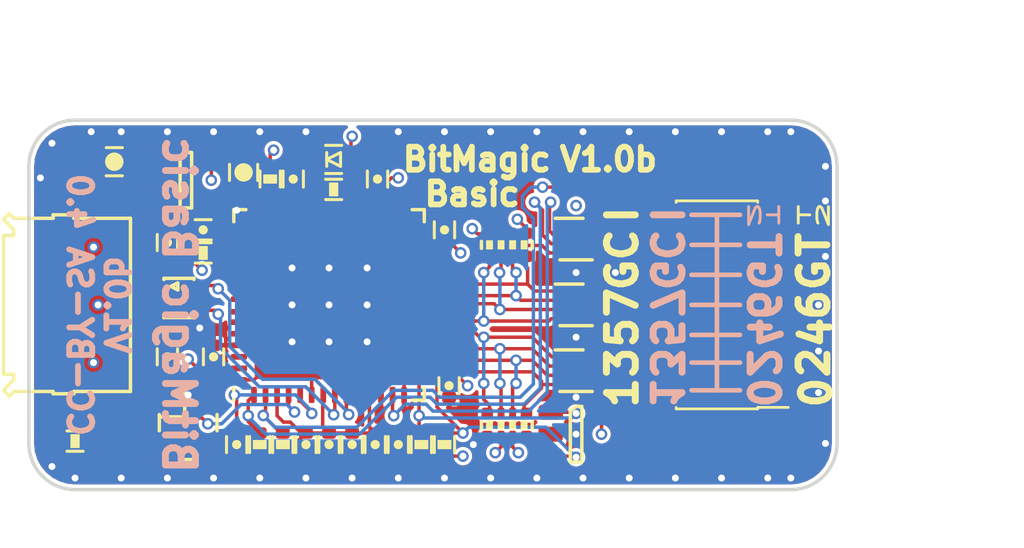
<source format=kicad_pcb>
(kicad_pcb (version 20171130) (host pcbnew 5.1.2-f72e74a~84~ubuntu18.04.1)
  (title_block (title BitMagic-Basic) (rev V1.0b) (company 1BitSquared) (comment 1 "CC-BY-SA V4.0") (comment 2 "(C) 2019 1BitSquared <info@1bitsquared.com>") (comment 3 "(C) 2019 Piotr Esden-Tempski <piotr@esden.net>"))
  (layers (0 F.Cu signal) (1 In1.Cu signal) (2 In2.Cu signal) (31 B.Cu signal) (34 B.Paste user) (35 F.Paste user) (36 B.SilkS user) (37 F.SilkS user) (38 B.Mask user) (39 F.Mask user) (44 Edge.Cuts user))
  (net 0 "")
  (net 1 +3V3)
  (net 2 GND)
  (net 3 +5V)
  (net 4 "Net-(C12-Pad1)")
  (net 5 /XTALOUT)
  (net 6 /XTALIN)
  (net 7 /SCL)
  (net 8 /SDA)
  (net 9 /PB0)
  (net 10 /PB1)
  (net 11 /PB2)
  (net 12 /PB5)
  (net 13 /PB6)
  (net 14 /PB7)
  (net 15 /~RESET)
  (net 16 /WAKEUP)
  (net 17 /PB3)
  (net 18 /PB4)
  (net 19 /xPB1)
  (net 20 /xPB0)
  (net 21 /xPB3)
  (net 22 /xPB2)
  (net 23 /xPB5)
  (net 24 /xPB4)
  (net 25 /xPB7)
  (net 26 /xPB6)
  (net 27 /shield)
  (net 28 /USBD_P)
  (net 29 /xUSBD_P)
  (net 30 /USBD_N)
  (net 31 /xUSBD_N)
  (net 32 /PA1)
  (net 33 /TRIG)
  (net 34 /CLK)
  (net 35 /xTRIG)
  (net 36 /xCLK)
  (net 37 /xIFCLK)
  (net 38 /IFCLK)
  (net 39 "Net-(D1-PadC)")
  (net 40 /TRIG2)
  (net 41 /xTRIG2)
  (module Connector_PinHeader_1.27mm:PinHeader_2x07_P1.27mm_Vertical_SMD (layer F.Cu) (at 51.8 30 180)
    (fp_text reference J1)
    (fp_text value Conn)
    (pad 14 smd roundrect (at 1.95 3.81 180) (size 2.4 0.74) (layers F.Cu F.Paste F.Mask) (net 37 /xIFCLK))
    (pad 13 smd roundrect (at -1.95 3.81 180) (size 2.4 0.74) (layers F.Cu F.Paste F.Mask) (net 41 /xTRIG2))
    (pad 12 smd roundrect (at 1.95 2.54 180) (size 2.4 0.74) (layers F.Cu F.Paste F.Mask) (net 36 /xCLK))
    (pad 11 smd roundrect (at -1.95 2.54 180) (size 2.4 0.74) (layers F.Cu F.Paste F.Mask) (net 35 /xTRIG))
    (pad 10 smd roundrect (at 1.95 1.27 180) (size 2.4 0.74) (layers F.Cu F.Paste F.Mask) (net 2 GND))
    (pad 9 smd roundrect (at -1.95 1.27 180) (size 2.4 0.74) (layers F.Cu F.Paste F.Mask) (net 2 GND))
    (pad 8 smd roundrect (at 1.95 0 180) (size 2.4 0.74) (layers F.Cu F.Paste F.Mask) (net 25 /xPB7))
    (pad 7 smd roundrect (at -1.95 0 180) (size 2.4 0.74) (layers F.Cu F.Paste F.Mask) (net 26 /xPB6))
    (pad 6 smd roundrect (at 1.95 -1.27 180) (size 2.4 0.74) (layers F.Cu F.Paste F.Mask) (net 23 /xPB5))
    (pad 5 smd roundrect (at -1.95 -1.27 180) (size 2.4 0.74) (layers F.Cu F.Paste F.Mask) (net 24 /xPB4))
    (pad 4 smd roundrect (at 1.95 -2.54 180) (size 2.4 0.74) (layers F.Cu F.Paste F.Mask) (net 21 /xPB3))
    (pad 3 smd roundrect (at -1.95 -2.54 180) (size 2.4 0.74) (layers F.Cu F.Paste F.Mask) (net 22 /xPB2))
    (pad 2 smd roundrect (at 1.95 -3.81 180) (size 2.4 0.74) (layers F.Cu F.Paste F.Mask) (net 19 /xPB1))
    (pad 1 smd roundrect (at -1.95 -3.81 180) (size 2.4 0.74) (layers F.Cu F.Paste F.Mask) (net 20 /xPB0))
  )
  (module pkl_misc:ABM8 (layer F.Cu) (at 28.9 35.1 270)
    (fp_text reference X1)
    (fp_text value 24MHz)
    (pad GND smd roundrect (at 1.15 0.925 270) (size 1.3 1.05) (layers F.Cu F.Paste F.Mask) (roundrect_rratio 0.238) (net 2 GND))
    (pad GND smd roundrect (at -1.15 -0.925 270) (size 1.3 1.05) (layers F.Cu F.Paste F.Mask) (roundrect_rratio 0.238) (net 2 GND))
    (pad 2 smd roundrect (at 1.15 -0.925 270) (size 1.3 1.05) (layers F.Cu F.Paste F.Mask) (roundrect_rratio 0.238) (net 6 /XTALIN))
    (pad 1 smd roundrect (at -1.15 0.925 270) (size 1.3 1.05) (layers F.Cu F.Paste F.Mask) (roundrect_rratio 0.238) (net 5 /XTALOUT))
  )
  (module pkl_connectors:Connector_USB_Micro_B_SMD (layer F.Cu) (at 23.5 30 180)
    (fp_text reference P1)
    (fp_text value pkl_USB_OTG hide)
    (pad 5 smd roundrect (at -2.675 -1.3 270) (size 0.4 1.35) (layers F.Cu F.Paste F.Mask) (net 2 GND))
    (pad 4 smd roundrect (at -2.675 -0.65 270) (size 0.4 1.35) (layers F.Cu F.Paste F.Mask))
    (pad 3 smd roundrect (at -2.675 0 270) (size 0.4 1.35) (layers F.Cu F.Paste F.Mask) (net 29 /xUSBD_P))
    (pad 2 smd roundrect (at -2.675 0.65 270) (size 0.4 1.35) (layers F.Cu F.Paste F.Mask) (net 31 /xUSBD_N))
    (pad 1 smd roundrect (at -2.675 1.3 270) (size 0.4 1.35) (layers F.Cu F.Paste F.Mask) (net 3 +5V))
    (pad GND smd roundrect (at -2.55 3.1 270) (size 2.1 1.6) (layers F.Cu F.Paste F.Mask) (roundrect_rratio 0.156) (net 27 /shield))
    (pad GND smd roundrect (at -2.55 -3.1 270) (size 2.1 1.6) (layers F.Cu F.Paste F.Mask) (roundrect_rratio 0.156) (net 27 /shield))
    (pad GND smd roundrect (at 0 3.8 270) (size 1.8 1.9) (layers F.Cu F.Paste F.Mask) (roundrect_rratio 0.139) (net 27 /shield))
    (pad GND smd roundrect (at 0 -3.8 270) (size 1.8 1.9) (layers F.Cu F.Paste F.Mask) (roundrect_rratio 0.139) (net 27 /shield))
    (pad GND smd roundrect (at 0 -1.2 270) (size 1.9 1.9) (layers F.Cu F.Paste F.Mask) (roundrect_rratio 0.132) (net 27 /shield))
    (pad GND smd roundrect (at 0 1.2 270) (size 1.9 1.9) (layers F.Cu F.Paste F.Mask) (roundrect_rratio 0.132) (net 27 /shield))
  )
  (module pkl_housings_dfn_qfn:DFN-8-1EP_1.35x1.7mm_Pitch0.4mm (layer F.Cu) (at 45.7 32.85)
    (fp_text reference U3)
    (fp_text value IP425x-4-TTL)
    (pad 9 smd roundrect (at 0 0) (size 0.4 1.4) (layers F.Cu F.Mask) (roundrect_rratio 0.125) (net 2 GND))
    (pad 8 smd roundrect (at 0.675 -0.6) (size 0.5 0.22) (layers F.Cu F.Paste F.Mask) (net 21 /xPB3))
    (pad 7 smd roundrect (at 0.675 -0.2) (size 0.5 0.22) (layers F.Cu F.Paste F.Mask) (net 22 /xPB2))
    (pad 6 smd roundrect (at 0.675 0.2) (size 0.5 0.22) (layers F.Cu F.Paste F.Mask) (net 19 /xPB1))
    (pad 5 smd roundrect (at 0.675 0.6) (size 0.5 0.22) (layers F.Cu F.Paste F.Mask) (net 20 /xPB0))
    (pad 4 smd roundrect (at -0.675 0.6) (size 0.5 0.22) (layers F.Cu F.Paste F.Mask) (net 9 /PB0))
    (pad 3 smd roundrect (at -0.675 0.2) (size 0.5 0.22) (layers F.Cu F.Paste F.Mask) (net 10 /PB1))
    (pad 2 smd roundrect (at -0.675 -0.2) (size 0.5 0.22) (layers F.Cu F.Paste F.Mask) (net 11 /PB2))
    (pad 1 smd roundrect (at -0.675 -0.6) (size 0.5 0.22) (layers F.Cu F.Paste F.Mask) (net 17 /PB3))
  )
  (module pkl_housings_dfn_qfn:DFN-8-1EP_1.35x1.7mm_Pitch0.4mm (layer F.Cu) (at 45.7 30)
    (fp_text reference U4)
    (fp_text value IP425x-4-TTL)
    (pad 9 smd roundrect (at 0 0) (size 0.4 1.4) (layers F.Cu F.Mask) (roundrect_rratio 0.125) (net 2 GND))
    (pad 8 smd roundrect (at 0.675 -0.6) (size 0.5 0.22) (layers F.Cu F.Paste F.Mask) (net 25 /xPB7))
    (pad 7 smd roundrect (at 0.675 -0.2) (size 0.5 0.22) (layers F.Cu F.Paste F.Mask) (net 26 /xPB6))
    (pad 6 smd roundrect (at 0.675 0.2) (size 0.5 0.22) (layers F.Cu F.Paste F.Mask) (net 23 /xPB5))
    (pad 5 smd roundrect (at 0.675 0.6) (size 0.5 0.22) (layers F.Cu F.Paste F.Mask) (net 24 /xPB4))
    (pad 4 smd roundrect (at -0.675 0.6) (size 0.5 0.22) (layers F.Cu F.Paste F.Mask) (net 18 /PB4))
    (pad 3 smd roundrect (at -0.675 0.2) (size 0.5 0.22) (layers F.Cu F.Paste F.Mask) (net 12 /PB5))
    (pad 2 smd roundrect (at -0.675 -0.2) (size 0.5 0.22) (layers F.Cu F.Paste F.Mask) (net 13 /PB6))
    (pad 1 smd roundrect (at -0.675 -0.6) (size 0.5 0.22) (layers F.Cu F.Paste F.Mask) (net 14 /PB7))
  )
  (module pkl_housings_dfn_qfn:DFN-8-1EP_1.35x1.7mm_Pitch0.4mm (layer F.Cu) (at 45.7 27.15)
    (fp_text reference U6)
    (fp_text value IP425x-4-TTL)
    (pad 9 smd roundrect (at 0 0) (size 0.4 1.4) (layers F.Cu F.Mask) (roundrect_rratio 0.125) (net 2 GND))
    (pad 8 smd roundrect (at 0.675 -0.6) (size 0.5 0.22) (layers F.Cu F.Paste F.Mask) (net 41 /xTRIG2))
    (pad 7 smd roundrect (at 0.675 -0.2) (size 0.5 0.22) (layers F.Cu F.Paste F.Mask) (net 37 /xIFCLK))
    (pad 6 smd roundrect (at 0.675 0.2) (size 0.5 0.22) (layers F.Cu F.Paste F.Mask) (net 35 /xTRIG))
    (pad 5 smd roundrect (at 0.675 0.6) (size 0.5 0.22) (layers F.Cu F.Paste F.Mask) (net 36 /xCLK))
    (pad 4 smd roundrect (at -0.675 0.6) (size 0.5 0.22) (layers F.Cu F.Paste F.Mask) (net 34 /CLK))
    (pad 3 smd roundrect (at -0.675 0.2) (size 0.5 0.22) (layers F.Cu F.Paste F.Mask) (net 33 /TRIG))
    (pad 2 smd roundrect (at -0.675 -0.2) (size 0.5 0.22) (layers F.Cu F.Paste F.Mask) (net 38 /IFCLK))
    (pad 1 smd roundrect (at -0.675 -0.6) (size 0.5 0.22) (layers F.Cu F.Paste F.Mask) (net 40 /TRIG2))
  )
  (module pkl_housings_dfn_qfn:QFN-56-1EP_8x8mm_Pitch0.5mm (layer F.Cu) (at 35 30 90)
    (fp_text reference IC1)
    (fp_text value CY7C68013A-56)
    (pad 57 smd roundrect (at 0 0 90) (size 6.45 6.45) (layers F.Cu F.Mask) (roundrect_rratio 0.039) (net 2 GND))
    (pad 57 thru_hole circle (at -1.6 1.65 90) (size 0.5 0.5) (drill 0.3) (layers *.Cu F.Mask) (net 2 GND))
    (pad 57 thru_hole circle (at -1.6 0 90) (size 0.5 0.5) (drill 0.3) (layers *.Cu F.Mask) (net 2 GND))
    (pad 57 thru_hole circle (at -1.6 -1.6 90) (size 0.5 0.5) (drill 0.3) (layers *.Cu F.Mask) (net 2 GND))
    (pad 57 thru_hole circle (at 0 -1.6 90) (size 0.5 0.5) (drill 0.3) (layers *.Cu F.Mask) (net 2 GND))
    (pad 57 thru_hole circle (at 0 0 90) (size 0.5 0.5) (drill 0.3) (layers *.Cu F.Mask) (net 2 GND))
    (pad 57 thru_hole circle (at 0 1.65 90) (size 0.5 0.5) (drill 0.3) (layers *.Cu F.Mask) (net 2 GND))
    (pad 57 thru_hole circle (at 1.6 1.65 90) (size 0.5 0.5) (drill 0.3) (layers *.Cu F.Mask) (net 2 GND))
    (pad 57 thru_hole circle (at 1.6 0 90) (size 0.5 0.5) (drill 0.3) (layers *.Cu F.Mask) (net 2 GND))
    (pad 57 thru_hole circle (at 1.6 -1.6 90) (size 0.5 0.5) (drill 0.3) (layers *.Cu F.Mask) (net 2 GND))
    (pad 22 smd roundrect (at 0.25 3.9 180) (size 0.7 0.25) (layers F.Cu F.Paste F.Mask) (net 18 /PB4))
    (pad 21 smd roundrect (at -0.25 3.9 180) (size 0.7 0.25) (layers F.Cu F.Paste F.Mask) (net 17 /PB3))
    (pad 50 smd roundrect (at -0.3 -3.9 180) (size 0.7 0.25) (layers F.Cu F.Paste F.Mask))
    (pad 49 smd roundrect (at 0.25 -3.9 180) (size 0.7 0.25) (layers F.Cu F.Paste F.Mask))
    (pad 56 smd roundrect (at -3.25 -3.9 180) (size 0.7 0.25) (layers F.Cu F.Paste F.Mask) (net 2 GND))
    (pad 55 smd roundrect (at -2.75 -3.9 180) (size 0.7 0.25) (layers F.Cu F.Paste F.Mask) (net 1 +3V3))
    (pad 54 smd roundrect (at -2.25 -3.9 180) (size 0.7 0.25) (layers F.Cu F.Paste F.Mask))
    (pad 53 smd roundrect (at -1.75 -3.9 180) (size 0.7 0.25) (layers F.Cu F.Paste F.Mask) (net 2 GND))
    (pad 52 smd roundrect (at -1.25 -3.9 180) (size 0.7 0.25) (layers F.Cu F.Paste F.Mask))
    (pad 51 smd roundrect (at -0.75 -3.9 180) (size 0.7 0.25) (layers F.Cu F.Paste F.Mask))
    (pad 48 smd roundrect (at 0.75 -3.9 180) (size 0.7 0.25) (layers F.Cu F.Paste F.Mask))
    (pad 47 smd roundrect (at 1.25 -3.9 180) (size 0.7 0.25) (layers F.Cu F.Paste F.Mask))
    (pad 46 smd roundrect (at 1.75 -3.9 180) (size 0.7 0.25) (layers F.Cu F.Paste F.Mask))
    (pad 45 smd roundrect (at 2.25 -3.9 180) (size 0.7 0.25) (layers F.Cu F.Paste F.Mask))
    (pad 44 smd roundrect (at 2.75 -3.9 180) (size 0.7 0.25) (layers F.Cu F.Paste F.Mask) (net 16 /WAKEUP))
    (pad 43 smd roundrect (at 3.25 -3.9 180) (size 0.7 0.25) (layers F.Cu F.Paste F.Mask) (net 1 +3V3))
    (pad 42 smd roundrect (at 3.9 -3.25 90) (size 0.7 0.25) (layers F.Cu F.Paste F.Mask) (net 15 /~RESET))
    (pad 41 smd roundrect (at 3.9 -2.75 90) (size 0.7 0.25) (layers F.Cu F.Paste F.Mask) (net 2 GND))
    (pad 40 smd roundrect (at 3.9 -2.25 90) (size 0.7 0.25) (layers F.Cu F.Paste F.Mask))
    (pad 39 smd roundrect (at 3.9 -1.75 90) (size 0.7 0.25) (layers F.Cu F.Paste F.Mask))
    (pad 38 smd roundrect (at 3.9 -1.25 90) (size 0.7 0.25) (layers F.Cu F.Paste F.Mask))
    (pad 37 smd roundrect (at 3.9 -0.75 90) (size 0.7 0.25) (layers F.Cu F.Paste F.Mask))
    (pad 36 smd roundrect (at 3.9 -0.25 90) (size 0.7 0.25) (layers F.Cu F.Paste F.Mask))
    (pad 35 smd roundrect (at 3.9 0.25 90) (size 0.7 0.25) (layers F.Cu F.Paste F.Mask))
    (pad 34 smd roundrect (at 3.9 0.75 90) (size 0.7 0.25) (layers F.Cu F.Paste F.Mask) (net 32 /PA1))
    (pad 33 smd roundrect (at 3.9 1.25 90) (size 0.7 0.25) (layers F.Cu F.Paste F.Mask))
    (pad 32 smd roundrect (at 3.9 1.75 90) (size 0.7 0.25) (layers F.Cu F.Paste F.Mask) (net 1 +3V3))
    (pad 31 smd roundrect (at 3.9 2.25 90) (size 0.7 0.25) (layers F.Cu F.Paste F.Mask))
    (pad 30 smd roundrect (at 3.9 2.75 90) (size 0.7 0.25) (layers F.Cu F.Paste F.Mask) (net 34 /CLK))
    (pad 29 smd roundrect (at 3.9 3.25 90) (size 0.7 0.25) (layers F.Cu F.Paste F.Mask))
    (pad 28 smd roundrect (at 3.25 3.9 180) (size 0.7 0.25) (layers F.Cu F.Paste F.Mask) (net 2 GND))
    (pad 27 smd roundrect (at 2.75 3.9 180) (size 0.7 0.25) (layers F.Cu F.Paste F.Mask) (net 1 +3V3))
    (pad 26 smd roundrect (at 2.25 3.9 180) (size 0.7 0.25) (layers F.Cu F.Paste F.Mask) (net 2 GND))
    (pad 25 smd roundrect (at 1.75 3.9 180) (size 0.7 0.25) (layers F.Cu F.Paste F.Mask) (net 14 /PB7))
    (pad 24 smd roundrect (at 1.25 3.9 180) (size 0.7 0.25) (layers F.Cu F.Paste F.Mask) (net 13 /PB6))
    (pad 23 smd roundrect (at 0.75 3.9 180) (size 0.7 0.25) (layers F.Cu F.Paste F.Mask) (net 12 /PB5))
    (pad 20 smd roundrect (at -0.75 3.9 180) (size 0.7 0.25) (layers F.Cu F.Paste F.Mask) (net 11 /PB2))
    (pad 19 smd roundrect (at -1.25 3.9 180) (size 0.7 0.25) (layers F.Cu F.Paste F.Mask) (net 10 /PB1))
    (pad 18 smd roundrect (at -1.75 3.9 180) (size 0.7 0.25) (layers F.Cu F.Paste F.Mask) (net 9 /PB0))
    (pad 17 smd roundrect (at -2.25 3.9 180) (size 0.7 0.25) (layers F.Cu F.Paste F.Mask) (net 1 +3V3))
    (pad 16 smd roundrect (at -2.75 3.9 180) (size 0.7 0.25) (layers F.Cu F.Paste F.Mask) (net 8 /SDA))
    (pad 15 smd roundrect (at -3.25 3.9 180) (size 0.7 0.25) (layers F.Cu F.Paste F.Mask) (net 7 /SCL))
    (pad 14 smd roundrect (at -3.9 3.25 90) (size 0.7 0.25) (layers F.Cu F.Paste F.Mask) (net 2 GND))
    (pad 13 smd roundrect (at -3.9 2.75 90) (size 0.7 0.25) (layers F.Cu F.Paste F.Mask) (net 38 /IFCLK))
    (pad 12 smd roundrect (at -3.9 2.25 90) (size 0.7 0.25) (layers F.Cu F.Paste F.Mask) (net 2 GND))
    (pad 11 smd roundrect (at -3.9 1.75 90) (size 0.7 0.25) (layers F.Cu F.Paste F.Mask) (net 1 +3V3))
    (pad 10 smd roundrect (at -3.9 1.25 90) (size 0.7 0.25) (layers F.Cu F.Paste F.Mask) (net 2 GND))
    (pad 9 smd roundrect (at -3.9 0.75 90) (size 0.7 0.25) (layers F.Cu F.Paste F.Mask) (net 30 /USBD_N))
    (pad 8 smd roundrect (at -3.9 0.25 90) (size 0.7 0.25) (layers F.Cu F.Paste F.Mask) (net 28 /USBD_P))
    (pad 7 smd roundrect (at -3.9 -0.25 90) (size 0.7 0.25) (layers F.Cu F.Paste F.Mask) (net 1 +3V3))
    (pad 6 smd roundrect (at -3.9 -0.75 90) (size 0.7 0.25) (layers F.Cu F.Paste F.Mask) (net 2 GND))
    (pad 5 smd roundrect (at -3.9 -1.25 90) (size 0.7 0.25) (layers F.Cu F.Paste F.Mask) (net 6 /XTALIN))
    (pad 4 smd roundrect (at -3.9 -1.75 90) (size 0.7 0.25) (layers F.Cu F.Paste F.Mask) (net 5 /XTALOUT))
    (pad 3 smd roundrect (at -3.9 -2.25 90) (size 0.7 0.25) (layers F.Cu F.Paste F.Mask) (net 1 +3V3))
    (pad 2 smd roundrect (at -3.9 -2.75 90) (size 0.7 0.25) (layers F.Cu F.Paste F.Mask) (net 40 /TRIG2))
    (pad 1 smd roundrect (at -3.9 -3.25 90) (size 0.7 0.25) (layers F.Cu F.Paste F.Mask) (net 33 /TRIG))
  )
  (module pkl_dipol:C_0603 (layer F.Cu) (at 25.7 23.8 180)
    (fp_text reference C11)
    (fp_text value 4u7)
    (pad 2 smd roundrect (at 0.75 0 180) (size 0.6 0.9) (layers F.Cu F.Paste F.Mask) (net 2 GND))
    (pad 1 smd roundrect (at -0.75 0 180) (size 0.6 0.9) (layers F.Cu F.Paste F.Mask) (net 3 +5V))
  )
  (module pkl_dipol:C_0603 (layer F.Cu) (at 31.3 24.263544 270)
    (fp_text reference C13)
    (fp_text value 4u7)
    (pad 2 smd roundrect (at 0.75 0 270) (size 0.6 0.9) (layers F.Cu F.Paste F.Mask) (net 2 GND))
    (pad 1 smd roundrect (at -0.75 0 270) (size 0.6 0.9) (layers F.Cu F.Paste F.Mask) (net 1 +3V3))
  )
  (module pkl_housings_sot:SOT-23-5 (layer F.Cu) (at 45.7 35.6 180)
    (fp_text reference U5)
    (fp_text value 24LC00)
    (pad 5 smd roundrect (at -1.1 0.95) (size 1.06 0.65) (layers F.Cu F.Paste F.Mask) (net 1 +3V3))
    (pad 4 smd roundrect (at -1.1 -0.95) (size 1.06 0.65) (layers F.Cu F.Paste F.Mask))
    (pad 3 smd roundrect (at 1.1 -0.95) (size 1.06 0.65) (layers F.Cu F.Paste F.Mask) (net 8 /SDA))
    (pad 2 smd roundrect (at 1.1 0) (size 1.06 0.65) (layers F.Cu F.Paste F.Mask) (net 2 GND))
    (pad 1 smd roundrect (at 1.1 0.95) (size 1.06 0.65) (layers F.Cu F.Paste F.Mask) (net 7 /SCL))
  )
  (module pkl_housings_sot:SOT-23-5 (layer F.Cu) (at 28.8 24.6 180)
    (fp_text reference U1)
    (fp_text value 3.3V)
    (pad 5 smd roundrect (at -1.1 0.95) (size 1.06 0.65) (layers F.Cu F.Paste F.Mask) (net 1 +3V3))
    (pad 4 smd roundrect (at -1.1 -0.95) (size 1.06 0.65) (layers F.Cu F.Paste F.Mask) (net 4 "Net-(C12-Pad1)"))
    (pad 3 smd roundrect (at 1.1 -0.95) (size 1.06 0.65) (layers F.Cu F.Paste F.Mask) (net 3 +5V))
    (pad 2 smd roundrect (at 1.1 0) (size 1.06 0.65) (layers F.Cu F.Paste F.Mask) (net 2 GND))
    (pad 1 smd roundrect (at 1.1 0.95) (size 1.06 0.65) (layers F.Cu F.Paste F.Mask) (net 3 +5V))
  )
  (module pkl_dipol:D_0603 (layer F.Cu) (at 35.2 23.7)
    (fp_text reference D1)
    (fp_text value GRN)
    (pad C smd roundrect (at -0.75 0 180) (size 0.6 0.9) (layers F.Cu F.Paste F.Mask) (net 39 "Net-(D1-PadC)"))
    (pad A smd roundrect (at 0.75 0 180) (size 0.6 0.9) (layers F.Cu F.Paste F.Mask) (net 1 +3V3))
  )
  (module pkl_dipol:R_0402 (layer F.Cu) (at 33 36.05 90)
    (fp_text reference R7)
    (fp_text value 100k)
    (pad 2 smd roundrect (at 0.5 0 90) (size 0.5 0.6) (layers F.Cu F.Paste F.Mask) (net 40 /TRIG2))
    (pad 1 smd roundrect (at -0.5 0 90) (size 0.5 0.6) (layers F.Cu F.Paste F.Mask) (net 1 +3V3))
  )
  (module pkl_dipol:R_0402 (layer F.Cu) (at 35.2 25)
    (fp_text reference R1)
    (fp_text value 330E)
    (pad 2 smd roundrect (at 0.5 0) (size 0.5 0.6) (layers F.Cu F.Paste F.Mask) (net 32 /PA1))
    (pad 1 smd roundrect (at -0.5 0) (size 0.5 0.6) (layers F.Cu F.Paste F.Mask) (net 39 "Net-(D1-PadC)"))
  )
  (module pkl_dipol:R_0402 (layer F.Cu) (at 39 36.05 270)
    (fp_text reference R2)
    (fp_text value 2k7)
    (pad 2 smd roundrect (at 0.5 0 270) (size 0.5 0.6) (layers F.Cu F.Paste F.Mask) (net 1 +3V3))
    (pad 1 smd roundrect (at -0.5 0 270) (size 0.5 0.6) (layers F.Cu F.Paste F.Mask) (net 7 /SCL))
  )
  (module pkl_dipol:R_0402 (layer F.Cu) (at 40 36.05 270)
    (fp_text reference R3)
    (fp_text value 2k7)
    (pad 2 smd roundrect (at 0.5 0 270) (size 0.5 0.6) (layers F.Cu F.Paste F.Mask) (net 1 +3V3))
    (pad 1 smd roundrect (at -0.5 0 270) (size 0.5 0.6) (layers F.Cu F.Paste F.Mask) (net 8 /SDA))
  )
  (module pkl_dipol:R_0402 (layer F.Cu) (at 32.45 24.55 90)
    (fp_text reference R4)
    (fp_text value 2k7)
    (pad 2 smd roundrect (at 0.5 0 90) (size 0.5 0.6) (layers F.Cu F.Paste F.Mask) (net 1 +3V3))
    (pad 1 smd roundrect (at -0.5 0 90) (size 0.5 0.6) (layers F.Cu F.Paste F.Mask) (net 15 /~RESET))
  )
  (module pkl_dipol:R_0402 (layer F.Cu) (at 29.55 27.75 180)
    (fp_text reference R5)
    (fp_text value 100k)
    (pad 2 smd roundrect (at 0.5 0 180) (size 0.5 0.6) (layers F.Cu F.Paste F.Mask) (net 1 +3V3))
    (pad 1 smd roundrect (at -0.5 0 180) (size 0.5 0.6) (layers F.Cu F.Paste F.Mask) (net 16 /WAKEUP))
  )
  (module pkl_dipol:R_0402 (layer F.Cu) (at 24 35.9)
    (fp_text reference R10)
    (fp_text value 1m)
    (pad 2 smd roundrect (at 0.5 0) (size 0.5 0.6) (layers F.Cu F.Paste F.Mask) (net 2 GND))
    (pad 1 smd roundrect (at -0.5 0) (size 0.5 0.6) (layers F.Cu F.Paste F.Mask) (net 27 /shield))
  )
  (module pkl_dipol:R_0402 (layer F.Cu) (at 32 36.05 90)
    (fp_text reference R6)
    (fp_text value 100k)
    (pad 2 smd roundrect (at 0.5 0 90) (size 0.5 0.6) (layers F.Cu F.Paste F.Mask) (net 33 /TRIG))
    (pad 1 smd roundrect (at -0.5 0 90) (size 0.5 0.6) (layers F.Cu F.Paste F.Mask) (net 1 +3V3))
  )
  (module pkl_dipol:C_0402 (layer F.Cu) (at 38 36.05 270)
    (fp_text reference C1)
    (fp_text value 100n)
    (pad 2 smd roundrect (at 0.5 0 270) (size 0.5 0.6) (layers F.Cu F.Paste F.Mask) (net 2 GND))
    (pad 1 smd roundrect (at -0.5 0 270) (size 0.5 0.6) (layers F.Cu F.Paste F.Mask) (net 1 +3V3))
  )
  (module pkl_dipol:C_0402 (layer F.Cu) (at 40.2 33.5 270)
    (fp_text reference C2)
    (fp_text value 100n)
    (pad 2 smd roundrect (at 0.5 0 270) (size 0.5 0.6) (layers F.Cu F.Paste F.Mask) (net 2 GND))
    (pad 1 smd roundrect (at -0.5 0 270) (size 0.5 0.6) (layers F.Cu F.Paste F.Mask) (net 1 +3V3))
  )
  (module pkl_dipol:C_0402 (layer F.Cu) (at 40 26.75 90)
    (fp_text reference C3)
    (fp_text value 100n)
    (pad 2 smd roundrect (at 0.5 0 90) (size 0.5 0.6) (layers F.Cu F.Paste F.Mask) (net 2 GND))
    (pad 1 smd roundrect (at -0.5 0 90) (size 0.5 0.6) (layers F.Cu F.Paste F.Mask) (net 1 +3V3))
  )
  (module pkl_dipol:C_0402 (layer F.Cu) (at 37.1 24.55 90)
    (fp_text reference C4)
    (fp_text value 100n)
    (pad 2 smd roundrect (at 0.5 0 90) (size 0.5 0.6) (layers F.Cu F.Paste F.Mask) (net 2 GND))
    (pad 1 smd roundrect (at -0.5 0 90) (size 0.5 0.6) (layers F.Cu F.Paste F.Mask) (net 1 +3V3))
  )
  (module pkl_dipol:C_0402 (layer F.Cu) (at 29.55 26.75 180)
    (fp_text reference C5)
    (fp_text value 100n)
    (pad 2 smd roundrect (at 0.5 0 180) (size 0.5 0.6) (layers F.Cu F.Paste F.Mask) (net 2 GND))
    (pad 1 smd roundrect (at -0.5 0 180) (size 0.5 0.6) (layers F.Cu F.Paste F.Mask) (net 1 +3V3))
  )
  (module pkl_dipol:C_0402 (layer F.Cu) (at 30 32.25 90)
    (fp_text reference C6)
    (fp_text value 100n)
    (pad 2 smd roundrect (at 0.5 0 90) (size 0.5 0.6) (layers F.Cu F.Paste F.Mask) (net 2 GND))
    (pad 1 smd roundrect (at -0.5 0 90) (size 0.5 0.6) (layers F.Cu F.Paste F.Mask) (net 1 +3V3))
  )
  (module pkl_dipol:C_0402 (layer F.Cu) (at 34.000001 36.05 270)
    (fp_text reference C7)
    (fp_text value 2u2)
    (pad 2 smd roundrect (at 0.5 0 270) (size 0.5 0.6) (layers F.Cu F.Paste F.Mask) (net 2 GND))
    (pad 1 smd roundrect (at -0.5 0 270) (size 0.5 0.6) (layers F.Cu F.Paste F.Mask) (net 1 +3V3))
  )
  (module pkl_dipol:C_0402 (layer F.Cu) (at 37 36.05 270)
    (fp_text reference C8)
    (fp_text value 2u2)
    (pad 2 smd roundrect (at 0.5 0 270) (size 0.5 0.6) (layers F.Cu F.Paste F.Mask) (net 2 GND))
    (pad 1 smd roundrect (at -0.5 0 270) (size 0.5 0.6) (layers F.Cu F.Paste F.Mask) (net 1 +3V3))
  )
  (module pkl_dipol:C_0402 (layer F.Cu) (at 34.999999 36.05 270)
    (fp_text reference C9)
    (fp_text value 100n)
    (pad 2 smd roundrect (at 0.5 0 270) (size 0.5 0.6) (layers F.Cu F.Paste F.Mask) (net 2 GND))
    (pad 1 smd roundrect (at -0.5 0 270) (size 0.5 0.6) (layers F.Cu F.Paste F.Mask) (net 1 +3V3))
  )
  (module pkl_dipol:C_0402 (layer F.Cu) (at 36 36.05 270)
    (fp_text reference C10)
    (fp_text value 100n)
    (pad 2 smd roundrect (at 0.5 0 270) (size 0.5 0.6) (layers F.Cu F.Paste F.Mask) (net 2 GND))
    (pad 1 smd roundrect (at -0.5 0 270) (size 0.5 0.6) (layers F.Cu F.Paste F.Mask) (net 1 +3V3))
  )
  (module pkl_dipol:C_0402 (layer F.Cu) (at 28 27.3 270)
    (fp_text reference C12)
    (fp_text value 10n)
    (pad 2 smd roundrect (at 0.5 0 270) (size 0.5 0.6) (layers F.Cu F.Paste F.Mask) (net 2 GND))
    (pad 1 smd roundrect (at -0.5 0 270) (size 0.5 0.6) (layers F.Cu F.Paste F.Mask) (net 4 "Net-(C12-Pad1)"))
  )
  (module pkl_dipol:C_0402 (layer F.Cu) (at 33.45 24.55 90)
    (fp_text reference C14)
    (fp_text value 1u)
    (pad 2 smd roundrect (at 0.5 0 90) (size 0.5 0.6) (layers F.Cu F.Paste F.Mask) (net 2 GND))
    (pad 1 smd roundrect (at -0.5 0 90) (size 0.5 0.6) (layers F.Cu F.Paste F.Mask) (net 15 /~RESET))
  )
  (module pkl_dipol:C_0402 (layer F.Cu) (at 28 32.25 90)
    (fp_text reference C15)
    (fp_text value 10p)
    (pad 2 smd roundrect (at 0.5 0 90) (size 0.5 0.6) (layers F.Cu F.Paste F.Mask) (net 2 GND))
    (pad 1 smd roundrect (at -0.5 0 90) (size 0.5 0.6) (layers F.Cu F.Paste F.Mask) (net 5 /XTALOUT))
  )
  (module pkl_dipol:C_0402 (layer F.Cu) (at 31 36.05 270)
    (fp_text reference C16)
    (fp_text value 10p)
    (pad 2 smd roundrect (at 0.5 0 270) (size 0.5 0.6) (layers F.Cu F.Paste F.Mask) (net 2 GND))
    (pad 1 smd roundrect (at -0.5 0 270) (size 0.5 0.6) (layers F.Cu F.Paste F.Mask) (net 6 /XTALIN))
  )
  (module pkl_dipol:R_Array_Convex_4x0402 (layer F.Cu) (at 42.7 35.2 270)
    (fp_text reference R8)
    (fp_text value 150k)
    (pad 8 smd roundrect (at 0.5 0.85 270) (size 0.5 0.5) (layers F.Cu F.Paste F.Mask) (net 1 +3V3))
    (pad 6 smd roundrect (at 0.5 0.25 270) (size 0.5 0.3) (layers F.Cu F.Paste F.Mask) (net 1 +3V3))
    (pad 4 smd roundrect (at 0.5 -0.25 270) (size 0.5 0.3) (layers F.Cu F.Paste F.Mask) (net 1 +3V3))
    (pad 2 smd roundrect (at 0.5 -0.85 270) (size 0.5 0.5) (layers F.Cu F.Paste F.Mask) (net 1 +3V3))
    (pad 7 smd roundrect (at -0.5 0.85 270) (size 0.5 0.5) (layers F.Cu F.Paste F.Mask) (net 17 /PB3))
    (pad 1 smd roundrect (at -0.5 -0.85 270) (size 0.5 0.5) (layers F.Cu F.Paste F.Mask) (net 9 /PB0))
    (pad 5 smd roundrect (at -0.5 0.25 270) (size 0.5 0.3) (layers F.Cu F.Paste F.Mask) (net 11 /PB2))
    (pad 3 smd roundrect (at -0.5 -0.25 270) (size 0.5 0.3) (layers F.Cu F.Paste F.Mask) (net 10 /PB1))
  )
  (module pkl_dipol:R_Array_Convex_4x0402 (layer F.Cu) (at 42.7 27.4 90)
    (fp_text reference R9)
    (fp_text value 150k)
    (pad 8 smd roundrect (at 0.5 0.85 90) (size 0.5 0.5) (layers F.Cu F.Paste F.Mask) (net 1 +3V3))
    (pad 6 smd roundrect (at 0.5 0.25 90) (size 0.5 0.3) (layers F.Cu F.Paste F.Mask) (net 1 +3V3))
    (pad 4 smd roundrect (at 0.5 -0.25 90) (size 0.5 0.3) (layers F.Cu F.Paste F.Mask) (net 1 +3V3))
    (pad 2 smd roundrect (at 0.5 -0.85 90) (size 0.5 0.5) (layers F.Cu F.Paste F.Mask) (net 1 +3V3))
    (pad 7 smd roundrect (at -0.5 0.85 90) (size 0.5 0.5) (layers F.Cu F.Paste F.Mask) (net 14 /PB7))
    (pad 1 smd roundrect (at -0.5 -0.85 90) (size 0.5 0.5) (layers F.Cu F.Paste F.Mask) (net 18 /PB4))
    (pad 5 smd roundrect (at -0.5 0.25 90) (size 0.5 0.3) (layers F.Cu F.Paste F.Mask) (net 13 /PB6))
    (pad 3 smd roundrect (at -0.5 -0.25 90) (size 0.5 0.3) (layers F.Cu F.Paste F.Mask) (net 12 /PB5))
  )
  (module pkl_housings_sot:SOT-666 (layer F.Cu) (at 28.5 29.7)
    (fp_text reference U2)
    (fp_text value USBLC6-2)
    (pad 6 smd roundrect (at 0.85 -0.5375 270) (size 0.35 0.5) (layers F.Cu F.Paste F.Mask) (net 30 /USBD_N))
    (pad 5 smd roundrect (at 0.925 0 270) (size 0.3 0.65) (layers F.Cu F.Paste F.Mask) (net 3 +5V))
    (pad 4 smd roundrect (at 0.85 0.5375 270) (size 0.375 0.5) (layers F.Cu F.Paste F.Mask) (net 28 /USBD_P))
    (pad 3 smd roundrect (at -0.85 0.5375 270) (size 0.375 0.5) (layers F.Cu F.Paste F.Mask) (net 29 /xUSBD_P))
    (pad 2 smd roundrect (at -0.925 0 270) (size 0.3 0.65) (layers F.Cu F.Paste F.Mask) (net 2 GND))
    (pad 1 smd roundrect (at -0.85 -0.5375 270) (size 0.375 0.5) (layers F.Cu F.Paste F.Mask) (net 31 /xUSBD_N))
  )
  (gr_text G (at 56 28.7 90) (layer F.SilkS) (effects (font (size 1.25 1.25) (thickness 0.3))))
  (gr_text T (at 56 27.4 90) (layer F.SilkS) (effects (font (size 1.25 1.25) (thickness 0.3))))
  (gr_text "T\n2" (at 56 26.1 90) (layer F.SilkS) (effects (font (size 0.5 1.25) (thickness 0.125))))
  (gr_text I (at 47.7 26.1 90) (layer F.SilkS) (effects (font (size 1.25 1.25) (thickness 0.3))))
  (gr_text C (at 47.7 27.4 90) (layer F.SilkS) (effects (font (size 1.25 1.25) (thickness 0.3))))
  (gr_text G (at 47.7 28.7 90) (layer F.SilkS) (effects (font (size 1.25 1.25) (thickness 0.3))))
  (gr_text 7 (at 47.7 29.9 90) (layer F.SilkS) (effects (font (size 1.25 1.25) (thickness 0.3))))
  (gr_text 5 (at 47.7 31.2 90) (layer F.SilkS) (effects (font (size 1.25 1.25) (thickness 0.3))))
  (gr_text 3 (at 47.7 32.5 90) (layer F.SilkS) (effects (font (size 1.25 1.25) (thickness 0.3))))
  (gr_text 1 (at 47.7 33.8 90) (layer F.SilkS) (effects (font (size 1.25 1.25) (thickness 0.3))))
  (gr_text 6 (at 56 30 90) (layer F.SilkS) (effects (font (size 1.25 1.25) (thickness 0.3))))
  (gr_text 4 (at 56.1 31.2 90) (layer F.SilkS) (effects (font (size 1.25 1.25) (thickness 0.3))))
  (gr_text 2 (at 56 32.5 90) (layer F.SilkS) (effects (font (size 1.25 1.25) (thickness 0.3))))
  (gr_text 0 (at 56.1 33.8 90) (layer F.SilkS) (effects (font (size 1.25 1.25) (thickness 0.3))))
  (gr_text Basic (at 41.2 25.2) (layer F.SilkS) (effects (font (size 1 1) (thickness 0.25))))
  (gr_text "T\n2" (at 53.8 26.1 270) (layer B.SilkS) (effects (font (size 0.5 1.25) (thickness 0.125)) (justify mirror)))
  (gr_text I (at 49.6 26.1 270) (layer B.SilkS) (effects (font (size 1.25 1.25) (thickness 0.3)) (justify mirror)))
  (gr_line (start 51.8 26.1) (end 52.8 26.1) (layer B.SilkS) (width 0.2))
  (gr_line (start 51.8 26.1) (end 50.7 26.1) (layer B.SilkS) (width 0.2))
  (gr_text 7 (at 49.6 29.9 270) (layer B.SilkS) (effects (font (size 1.25 1.25) (thickness 0.3)) (justify mirror)))
  (gr_text C (at 49.6 27.4 270) (layer B.SilkS) (effects (font (size 1.25 1.25) (thickness 0.3)) (justify mirror)))
  (gr_text G (at 49.6 28.7 270) (layer B.SilkS) (effects (font (size 1.25 1.25) (thickness 0.3)) (justify mirror)))
  (gr_text G (at 53.8 28.7 270) (layer B.SilkS) (effects (font (size 1.25 1.25) (thickness 0.3)) (justify mirror)))
  (gr_text T (at 53.8 27.4 270) (layer B.SilkS) (effects (font (size 1.25 1.25) (thickness 0.3)) (justify mirror)))
  (gr_text 6 (at 53.8 30 270) (layer B.SilkS) (effects (font (size 1.25 1.25) (thickness 0.3)) (justify mirror)))
  (gr_line (start 51.8 33.7) (end 50.7 33.7) (layer B.SilkS) (width 0.2))
  (gr_line (start 51.8 33.7) (end 52.8 33.7) (layer B.SilkS) (width 0.2))
  (gr_line (start 51.8 32.5) (end 50.7 32.5) (layer B.SilkS) (width 0.2))
  (gr_line (start 51.8 32.5) (end 52.8 32.5) (layer B.SilkS) (width 0.2))
  (gr_line (start 51.8 31.3) (end 50.7 31.3) (layer B.SilkS) (width 0.2))
  (gr_line (start 51.8 31.3) (end 52.8 31.3) (layer B.SilkS) (width 0.2))
  (gr_line (start 51.8 30) (end 50.7 30) (layer B.SilkS) (width 0.2))
  (gr_line (start 51.8 30) (end 52.8 30) (layer B.SilkS) (width 0.2))
  (gr_line (start 51.7 28.7) (end 50.7 28.7) (layer B.SilkS) (width 0.2))
  (gr_line (start 51.8 28.7) (end 52.8 28.7) (layer B.SilkS) (width 0.2))
  (gr_line (start 51.8 27.4) (end 50.7 27.4) (layer B.SilkS) (width 0.2))
  (gr_line (start 51.8 27.4) (end 52.8 27.4) (layer B.SilkS) (width 0.2))
  (gr_line (start 51.8 33.7) (end 51.8 26.1) (layer B.SilkS) (width 0.2))
  (gr_text 4 (at 53.8 31.2 270) (layer B.SilkS) (effects (font (size 1.25 1.25) (thickness 0.3)) (justify mirror)))
  (gr_text 5 (at 49.6 31.2 270) (layer B.SilkS) (effects (font (size 1.25 1.25) (thickness 0.3)) (justify mirror)))
  (gr_text 3 (at 49.6 32.5 270) (layer B.SilkS) (effects (font (size 1.25 1.25) (thickness 0.3)) (justify mirror)))
  (gr_text 2 (at 53.8 32.5 270) (layer B.SilkS) (effects (font (size 1.25 1.25) (thickness 0.3)) (justify mirror)))
  (gr_text 1 (at 49.6 33.8 270) (layer B.SilkS) (effects (font (size 1.25 1.25) (thickness 0.3)) (justify mirror)))
  (gr_text 0 (at 53.8 33.8 270) (layer B.SilkS) (effects (font (size 1.25 1.25) (thickness 0.3)) (justify mirror)))
  (gr_text "V1.0b\nCC-BY-SA 4.0" (at 25 30 270) (layer B.SilkS) (effects (font (size 1 1) (thickness 0.25)) (justify mirror)))
  (gr_text "BitMagic Basic" (at 28.5 30 270) (layer B.SilkS) (effects (font (size 1.3 1.3) (thickness 0.3)) (justify mirror)))
  (gr_text V1.0b (at 47.1 23.7) (layer F.SilkS) (effects (font (size 1 1) (thickness 0.25))))
  (gr_text BitMagic (at 41.4 23.7) (layer F.SilkS) (effects (font (size 1 1) (thickness 0.25))))
  (gr_arc (start 24 36) (end 24 38) (angle 90) (layer Edge.Cuts) (width 0.15))
  (gr_arc (start 55 36) (end 57 36) (angle 90) (layer Edge.Cuts) (width 0.15))
  (gr_arc (start 55 24) (end 55 22) (angle 90) (layer Edge.Cuts) (width 0.15))
  (gr_arc (start 24 24) (end 22 24) (angle 90) (layer Edge.Cuts) (width 0.15))
  (gr_line (start 22 36) (end 22 24) (layer Edge.Cuts) (width 0.15))
  (gr_line (start 55 38) (end 24 38) (layer Edge.Cuts) (width 0.15))
  (gr_line (start 57 24) (end 57 36) (layer Edge.Cuts) (width 0.15))
  (gr_line (start 24 22) (end 55 22) (layer Edge.Cuts) (width 0.15))
  (via (at 45.7 25.7) (size 0.5) (drill 0.3) (layers F.Cu B.Cu) (net 0))
  (segment (start 29.149999 32.599999) (end 28.9 32.35) (width 0.15) (layer F.Cu) (net 1))
  (segment (start 29.3 32.75) (end 29.149999 32.599999) (width 0.15) (layer F.Cu) (net 1))
  (segment (start 30 32.75) (end 29.3 32.75) (width 0.15) (layer F.Cu) (net 1))
  (via (at 28.9 32.35) (size 0.5) (drill 0.3) (layers F.Cu B.Cu) (net 1))
  (segment (start 41.425004 26.925) (end 41.200004 26.7) (width 0.15) (layer F.Cu) (net 1))
  (segment (start 42.45 26.925) (end 41.425004 26.925) (width 0.15) (layer F.Cu) (net 1))
  (via (at 41.200004 26.7) (size 0.5) (drill 0.3) (layers F.Cu B.Cu) (net 1))
  (segment (start 37.15 25.05) (end 37.7 24.5) (width 0.15) (layer F.Cu) (net 1))
  (segment (start 37.1 25.05) (end 37.15 25.05) (width 0.15) (layer F.Cu) (net 1))
  (via (at 38 24.5) (size 0.5) (drill 0.3) (layers F.Cu B.Cu) (net 1))
  (segment (start 37.7 24.5) (end 38 24.5) (width 0.15) (layer F.Cu) (net 1))
  (segment (start 42.95 35.675) (end 42.95 36.15) (width 0.15) (layer F.Cu) (net 1))
  (via (at 43.2 36.4) (size 0.5) (drill 0.3) (layers F.Cu B.Cu) (net 1))
  (segment (start 42.95 36.15) (end 43.2 36.4) (width 0.15) (layer F.Cu) (net 1))
  (segment (start 42.45 35.675) (end 42.45 36.15) (width 0.15) (layer F.Cu) (net 1))
  (segment (start 42.45 36.15) (end 42.2 36.4) (width 0.15) (layer F.Cu) (net 1))
  (via (at 42.2 36.4) (size 0.5) (drill 0.3) (layers F.Cu B.Cu) (net 1))
  (segment (start 42.45 35.675) (end 41.95 35.675) (width 0.15) (layer F.Cu) (net 1))
  (segment (start 42.95 35.675) (end 42.45 35.675) (width 0.15) (layer F.Cu) (net 1))
  (segment (start 43.45 35.675) (end 42.95 35.675) (width 0.15) (layer F.Cu) (net 1))
  (segment (start 29.05 27.75) (end 29.05 28.05) (width 0.15) (layer F.Cu) (net 1))
  (segment (start 29.05 28.05) (end 29.5 28.5) (width 0.15) (layer F.Cu) (net 1))
  (via (at 29.5 28.5) (size 0.5) (drill 0.3) (layers F.Cu B.Cu) (net 1))
  (segment (start 29.9 23.65) (end 31.163544 23.65) (width 0.15) (layer F.Cu) (net 1))
  (segment (start 31.163544 23.65) (end 31.3 23.513544) (width 0.15) (layer F.Cu) (net 1))
  (segment (start 29.9 23.65) (end 29.9 24.6) (width 0.15) (layer F.Cu) (net 1))
  (via (at 29.9 24.6) (size 0.5) (drill 0.3) (layers F.Cu B.Cu) (net 1))
  (via (at 32.599996 23.3) (size 0.5) (drill 0.3) (layers F.Cu B.Cu) (net 1))
  (segment (start 32.45 23.449996) (end 32.599996 23.3) (width 0.15) (layer F.Cu) (net 1))
  (segment (start 32.45 24.05) (end 32.45 23.449996) (width 0.15) (layer F.Cu) (net 1))
  (segment (start 30 32.75) (end 31.1 32.75) (width 0.15) (layer F.Cu) (net 1))
  (segment (start 30.05 26.75) (end 31.1 26.75) (width 0.15) (layer F.Cu) (net 1))
  (segment (start 30.05 26.75) (end 29.05 27.75) (width 0.15) (layer F.Cu) (net 1))
  (segment (start 36.75 26.1) (end 36.75 25.4) (width 0.15) (layer F.Cu) (net 1))
  (segment (start 36.75 25.4) (end 37.1 25.05) (width 0.15) (layer F.Cu) (net 1))
  (segment (start 40 27.25) (end 38.9 27.25) (width 0.15) (layer F.Cu) (net 1))
  (segment (start 41.95 26.925) (end 42.45 26.925) (width 0.15) (layer F.Cu) (net 1))
  (segment (start 42.95 26.925) (end 42.45 26.925) (width 0.15) (layer F.Cu) (net 1))
  (segment (start 43.45 26.925) (end 42.95 26.925) (width 0.15) (layer F.Cu) (net 1))
  (segment (start 40.2 33) (end 40.5 33) (width 0.15) (layer F.Cu) (net 1))
  (segment (start 40.5 33) (end 41 33.5) (width 0.15) (layer F.Cu) (net 1))
  (via (at 41 33.5) (size 0.5) (drill 0.3) (layers F.Cu B.Cu) (net 1))
  (segment (start 38.9 32.25) (end 39.85 32.25) (width 0.15) (layer F.Cu) (net 1))
  (segment (start 39.85 32.25) (end 40.2 32.6) (width 0.15) (layer F.Cu) (net 1))
  (segment (start 40.2 32.6) (end 40.2 33) (width 0.15) (layer F.Cu) (net 1))
  (via (at 36 22.7) (size 0.5) (drill 0.3) (layers F.Cu B.Cu) (net 1))
  (segment (start 35.95 22.75) (end 36 22.7) (width 0.15) (layer F.Cu) (net 1))
  (segment (start 35.95 23.7) (end 35.95 22.75) (width 0.15) (layer F.Cu) (net 1))
  (via (at 46.8 35.6) (size 0.5) (drill 0.3) (layers F.Cu B.Cu) (net 1))
  (segment (start 46.8 34.65) (end 46.8 35.6) (width 0.15) (layer F.Cu) (net 1))
  (segment (start 42.95 26.925) (end 43.425 26.925) (width 0.15) (layer F.Cu) (net 1))
  (segment (start 32 36.55) (end 33 36.55) (width 0.15) (layer F.Cu) (net 1))
  (segment (start 33.000001 36.55) (end 34.000001 35.55) (width 0.15) (layer F.Cu) (net 1))
  (segment (start 33 36.55) (end 33.000001 36.55) (width 0.15) (layer F.Cu) (net 1))
  (segment (start 34.000001 35.55) (end 34.999999 35.55) (width 0.15) (layer F.Cu) (net 1))
  (segment (start 34.999999 35.55) (end 36 35.55) (width 0.15) (layer F.Cu) (net 1))
  (segment (start 36 35.55) (end 37 35.55) (width 0.15) (layer F.Cu) (net 1))
  (segment (start 36.75 35.3) (end 37 35.55) (width 0.15) (layer F.Cu) (net 1))
  (segment (start 36.75 33.9) (end 36.75 35.3) (width 0.15) (layer F.Cu) (net 1))
  (segment (start 37 35.55) (end 38 35.55) (width 0.15) (layer F.Cu) (net 1))
  (segment (start 38 35.55) (end 39 36.55) (width 0.15) (layer F.Cu) (net 1))
  (segment (start 39 36.55) (end 40 36.55) (width 0.15) (layer F.Cu) (net 1))
  (via (at 40.8 36.55) (size 0.5) (drill 0.3) (layers F.Cu B.Cu) (net 1))
  (segment (start 40 36.55) (end 40.8 36.55) (width 0.15) (layer F.Cu) (net 1))
  (segment (start 43.45 26.925) (end 43.45 26.585708) (width 0.15) (layer F.Cu) (net 1))
  (segment (start 43.45 26.585708) (end 43.158102 26.29381) (width 0.15) (layer F.Cu) (net 1))
  (via (at 43.158102 26.29381) (size 0.5) (drill 0.3) (layers F.Cu B.Cu) (net 1))
  (segment (start 34.75 33.9) (end 34.725941 33.924059) (width 0.15) (layer F.Cu) (net 1))
  (segment (start 34.725941 35.275942) (end 34.999999 35.55) (width 0.15) (layer F.Cu) (net 1))
  (segment (start 34.725941 33.924059) (end 34.725941 35.275942) (width 0.15) (layer F.Cu) (net 1))
  (segment (start 32.75 34.8) (end 32.75 33.9) (width 0.15) (layer F.Cu) (net 1))
  (segment (start 33.02599 35.07599) (end 32.75 34.8) (width 0.15) (layer F.Cu) (net 1))
  (segment (start 33.319566 35.07599) (end 33.02599 35.07599) (width 0.15) (layer F.Cu) (net 1))
  (segment (start 34.000001 35.55) (end 33.793576 35.55) (width 0.15) (layer F.Cu) (net 1))
  (segment (start 33.793576 35.55) (end 33.319566 35.07599) (width 0.15) (layer F.Cu) (net 1))
  (via (at 40.7 27.749994) (size 0.5) (drill 0.3) (layers F.Cu B.Cu) (net 1))
  (segment (start 40.200006 27.25) (end 40.7 27.749994) (width 0.15) (layer F.Cu) (net 1))
  (segment (start 40 27.25) (end 40.200006 27.25) (width 0.15) (layer F.Cu) (net 1))
  (segment (start 31.3 25.013544) (end 31.3 25.6) (width 0.15) (layer F.Cu) (net 2))
  (segment (start 31.3 25.6) (end 31 25.9) (width 0.15) (layer F.Cu) (net 2))
  (via (at 31 25.9) (size 0.5) (drill 0.3) (layers F.Cu B.Cu) (net 2))
  (segment (start 32.58125 32.41875) (end 31.75 33.25) (width 0.15) (layer F.Cu) (net 2))
  (segment (start 31.75 33.25) (end 31.1 33.25) (width 0.15) (layer F.Cu) (net 2))
  (segment (start 32.58125 32.41875) (end 31.9125 31.75) (width 0.15) (layer F.Cu) (net 2))
  (segment (start 31.9125 31.75) (end 31.1 31.75) (width 0.15) (layer F.Cu) (net 2))
  (segment (start 37.41875 32.41875) (end 38.25 33.25) (width 0.15) (layer F.Cu) (net 2))
  (segment (start 38.25 33.25) (end 38.25 33.9) (width 0.15) (layer F.Cu) (net 2))
  (segment (start 34.25 33.9) (end 34.25 32.475) (width 0.15) (layer F.Cu) (net 2))
  (segment (start 34.25 32.475) (end 34.19375 32.41875) (width 0.15) (layer F.Cu) (net 2))
  (segment (start 36.25 33.9) (end 36.25 32.8625) (width 0.15) (layer F.Cu) (net 2))
  (segment (start 36.25 32.8625) (end 35.80625 32.41875) (width 0.15) (layer F.Cu) (net 2))
  (segment (start 37.25 33.9) (end 37.25 32.5875) (width 0.15) (layer F.Cu) (net 2))
  (segment (start 37.25 32.5875) (end 37.41875 32.41875) (width 0.15) (layer F.Cu) (net 2))
  (segment (start 38.9 27.75) (end 37.5875 27.75) (width 0.15) (layer F.Cu) (net 2))
  (segment (start 37.5875 27.75) (end 37.41875 27.58125) (width 0.15) (layer F.Cu) (net 2))
  (segment (start 38.9 26.75) (end 38.4 26.75) (width 0.15) (layer F.Cu) (net 2))
  (segment (start 38.4 26.75) (end 37.56875 27.58125) (width 0.15) (layer F.Cu) (net 2))
  (segment (start 37.56875 27.58125) (end 37.41875 27.58125) (width 0.15) (layer F.Cu) (net 2))
  (segment (start 32.25 26.1) (end 32.25 27.25) (width 0.15) (layer F.Cu) (net 2))
  (segment (start 32.25 27.25) (end 32.58125 27.58125) (width 0.15) (layer F.Cu) (net 2))
  (segment (start 26.175 31.3) (end 27.5 31.3) (width 0.15) (layer F.Cu) (net 2))
  (via (at 28.9 33.9) (size 0.5) (drill 0.3) (layers F.Cu B.Cu) (net 2))
  (via (at 45.7 35.6) (size 0.5) (drill 0.3) (layers F.Cu B.Cu) (net 2))
  (via (at 45.7 31.4) (size 0.5) (drill 0.3) (layers F.Cu B.Cu) (net 2))
  (via (at 45.7 34) (size 0.5) (drill 0.3) (layers F.Cu B.Cu) (net 2))
  (via (at 45.7 28.6) (size 0.5) (drill 0.3) (layers F.Cu B.Cu) (net 2))
  (via (at 23 37) (size 0.5) (drill 0.3) (layers F.Cu B.Cu) (net 2))
  (via (at 24 37.5) (size 0.5) (drill 0.3) (layers F.Cu B.Cu) (net 2))
  (via (at 26 37.5) (size 0.5) (drill 0.3) (layers F.Cu B.Cu) (net 2))
  (via (at 28 37.5) (size 0.5) (drill 0.3) (layers F.Cu B.Cu) (net 2))
  (via (at 30 37.5) (size 0.5) (drill 0.3) (layers F.Cu B.Cu) (net 2))
  (via (at 32 37.5) (size 0.5) (drill 0.3) (layers F.Cu B.Cu) (net 2))
  (via (at 34 37.5) (size 0.5) (drill 0.3) (layers F.Cu B.Cu) (net 2))
  (via (at 36 37.5) (size 0.5) (drill 0.3) (layers F.Cu B.Cu) (net 2))
  (via (at 38 37.5) (size 0.5) (drill 0.3) (layers F.Cu B.Cu) (net 2))
  (via (at 40 37.5) (size 0.5) (drill 0.3) (layers F.Cu B.Cu) (net 2))
  (via (at 42 37.5) (size 0.5) (drill 0.3) (layers F.Cu B.Cu) (net 2))
  (via (at 44 37.5) (size 0.5) (drill 0.3) (layers F.Cu B.Cu) (net 2))
  (via (at 46 37.5) (size 0.5) (drill 0.3) (layers F.Cu B.Cu) (net 2))
  (via (at 48 37.5) (size 0.5) (drill 0.3) (layers F.Cu B.Cu) (net 2))
  (via (at 50 37.5) (size 0.5) (drill 0.3) (layers F.Cu B.Cu) (net 2))
  (via (at 52 37.5) (size 0.5) (drill 0.3) (layers F.Cu B.Cu) (net 2))
  (via (at 54 37.5) (size 0.5) (drill 0.3) (layers F.Cu B.Cu) (net 2))
  (via (at 55 37.5) (size 0.5) (drill 0.3) (layers F.Cu B.Cu) (net 2))
  (via (at 56.2 30) (size 0.5) (drill 0.3) (layers F.Cu B.Cu) (net 2))
  (via (at 56.2 33.8) (size 0.5) (drill 0.3) (layers F.Cu B.Cu) (net 2))
  (via (at 56.5 36) (size 0.5) (drill 0.3) (layers F.Cu B.Cu) (net 2))
  (via (at 56.5 27.9) (size 0.5) (drill 0.3) (layers F.Cu B.Cu) (net 2))
  (via (at 56.5 25.5) (size 0.5) (drill 0.3) (layers F.Cu B.Cu) (net 2))
  (via (at 56.5 24) (size 0.5) (drill 0.3) (layers F.Cu B.Cu) (net 2))
  (via (at 55 22.5) (size 0.5) (drill 0.3) (layers F.Cu B.Cu) (net 2))
  (via (at 54 22.5) (size 0.5) (drill 0.3) (layers F.Cu B.Cu) (net 2))
  (via (at 52 22.5) (size 0.5) (drill 0.3) (layers F.Cu B.Cu) (net 2))
  (via (at 50 22.5) (size 0.5) (drill 0.3) (layers F.Cu B.Cu) (net 2))
  (via (at 48 22.5) (size 0.5) (drill 0.3) (layers F.Cu B.Cu) (net 2))
  (via (at 44 22.5) (size 0.5) (drill 0.3) (layers F.Cu B.Cu) (net 2))
  (via (at 46 22.5) (size 0.5) (drill 0.3) (layers F.Cu B.Cu) (net 2))
  (via (at 42 22.5) (size 0.5) (drill 0.3) (layers F.Cu B.Cu) (net 2))
  (via (at 40 22.5) (size 0.5) (drill 0.3) (layers F.Cu B.Cu) (net 2))
  (via (at 38 22.5) (size 0.5) (drill 0.3) (layers F.Cu B.Cu) (net 2))
  (via (at 34 22.5) (size 0.5) (drill 0.3) (layers F.Cu B.Cu) (net 2))
  (via (at 32 22.5) (size 0.5) (drill 0.3) (layers F.Cu B.Cu) (net 2))
  (via (at 30 22.5) (size 0.5) (drill 0.3) (layers F.Cu B.Cu) (net 2))
  (via (at 28 22.5) (size 0.5) (drill 0.3) (layers F.Cu B.Cu) (net 2))
  (via (at 26 22.5) (size 0.5) (drill 0.3) (layers F.Cu B.Cu) (net 2))
  (via (at 24.7 22.5) (size 0.5) (drill 0.3) (layers F.Cu B.Cu) (net 2))
  (via (at 23 23) (size 0.5) (drill 0.3) (layers F.Cu B.Cu) (net 2))
  (via (at 22.5 24.5) (size 0.5) (drill 0.3) (layers F.Cu B.Cu) (net 2))
  (via (at 29.4 31) (size 0.5) (drill 0.3) (layers F.Cu B.Cu) (net 2))
  (via (at 56.2 32) (size 0.5) (drill 0.3) (layers F.Cu B.Cu) (net 2))
  (via (at 47.4 28.6) (size 0.5) (drill 0.3) (layers F.Cu B.Cu) (net 2))
  (via (at 41.25 36.05) (size 0.5) (drill 0.3) (layers F.Cu B.Cu) (net 2))
  (segment (start 26.175 28.7) (end 27.3 28.7) (width 0.15) (layer F.Cu) (net 3))
  (segment (start 27.7 25.55) (end 27.7 26.025) (width 0.15) (layer F.Cu) (net 3))
  (segment (start 27.7 26.025) (end 27.3 26.425) (width 0.15) (layer F.Cu) (net 3))
  (segment (start 27.3 26.425) (end 27.3 28.7) (width 0.15) (layer F.Cu) (net 3))
  (segment (start 26.45 23.8) (end 27.55 23.8) (width 0.15) (layer F.Cu) (net 3))
  (segment (start 27.55 23.8) (end 27.7 23.65) (width 0.15) (layer F.Cu) (net 3))
  (segment (start 28.8 25.13) (end 28.8 24.07) (width 0.15) (layer F.Cu) (net 3))
  (segment (start 28.8 24.07) (end 28.38 23.65) (width 0.15) (layer F.Cu) (net 3))
  (segment (start 28.38 23.65) (end 27.7 23.65) (width 0.15) (layer F.Cu) (net 3))
  (segment (start 27.7 25.55) (end 28.38 25.55) (width 0.15) (layer F.Cu) (net 3))
  (segment (start 28.38 25.55) (end 28.8 25.13) (width 0.15) (layer F.Cu) (net 3))
  (segment (start 29 29.7) (end 29.425 29.7) (width 0.15) (layer F.Cu) (net 3))
  (segment (start 28 28.7) (end 29 29.7) (width 0.15) (layer F.Cu) (net 3))
  (segment (start 27.3 28.7) (end 28 28.7) (width 0.15) (layer F.Cu) (net 3))
  (segment (start 28 26.8) (end 28.05 26.8) (width 0.15) (layer F.Cu) (net 4))
  (segment (start 28.05 26.8) (end 29.3 25.55) (width 0.15) (layer F.Cu) (net 4))
  (segment (start 29.3 25.55) (end 29.9 25.55) (width 0.15) (layer F.Cu) (net 4))
  (segment (start 29.750002 35.15) (end 29.500003 34.900001) (width 0.15) (layer F.Cu) (net 5))
  (segment (start 27.975 34.075) (end 27.975 33.95) (width 0.15) (layer F.Cu) (net 5))
  (segment (start 29.500003 34.900001) (end 28.800001 34.900001) (width 0.15) (layer F.Cu) (net 5))
  (segment (start 28.800001 34.900001) (end 27.975 34.075) (width 0.15) (layer F.Cu) (net 5))
  (via (at 29.750002 35.15) (size 0.5) (drill 0.3) (layers F.Cu B.Cu) (net 5))
  (segment (start 27.975 33.95) (end 27.975 32.775) (width 0.15) (layer F.Cu) (net 5))
  (segment (start 27.975 32.775) (end 28 32.75) (width 0.15) (layer F.Cu) (net 5))
  (segment (start 30.35 35.15) (end 31.18445 34.31555) (width 0.15) (layer B.Cu) (net 5))
  (segment (start 33.25 33.9) (end 33.25 34.385065) (width 0.15) (layer F.Cu) (net 5))
  (segment (start 31.18445 34.31555) (end 33.180485 34.31555) (width 0.15) (layer B.Cu) (net 5))
  (segment (start 29.750002 35.15) (end 30.35 35.15) (width 0.15) (layer B.Cu) (net 5))
  (segment (start 33.25 34.385065) (end 33.504462 34.639527) (width 0.15) (layer F.Cu) (net 5))
  (segment (start 33.180485 34.31555) (end 33.504462 34.639527) (width 0.15) (layer B.Cu) (net 5))
  (via (at 33.504462 34.639527) (size 0.5) (drill 0.3) (layers F.Cu B.Cu) (net 5))
  (segment (start 29.825 36.25) (end 29.825 36.125) (width 0.15) (layer F.Cu) (net 6))
  (segment (start 29.825 36.125) (end 30.4 35.55) (width 0.15) (layer F.Cu) (net 6))
  (segment (start 30.4 35.55) (end 30.55 35.55) (width 0.15) (layer F.Cu) (net 6))
  (segment (start 30.55 35.55) (end 31 35.55) (width 0.15) (layer F.Cu) (net 6))
  (segment (start 31 35.55) (end 31 34) (width 0.15) (layer F.Cu) (net 6))
  (via (at 30.9 33.9) (size 0.5) (drill 0.3) (layers F.Cu B.Cu) (net 6))
  (segment (start 31 34) (end 30.9 33.9) (width 0.15) (layer F.Cu) (net 6))
  (segment (start 30.9 33.9) (end 33.55 33.9) (width 0.15) (layer B.Cu) (net 6))
  (via (at 34.251939 34.702801) (size 0.5) (drill 0.3) (layers F.Cu B.Cu) (net 6))
  (segment (start 34.251939 34.601939) (end 34.251939 34.702801) (width 0.15) (layer B.Cu) (net 6))
  (segment (start 33.55 33.9) (end 34.251939 34.601939) (width 0.15) (layer B.Cu) (net 6))
  (segment (start 34.251939 34.657127) (end 34.251939 34.702801) (width 0.15) (layer F.Cu) (net 6))
  (segment (start 33.75 33.9) (end 33.75 34.155188) (width 0.15) (layer F.Cu) (net 6))
  (segment (start 33.75 34.155188) (end 34.251939 34.657127) (width 0.15) (layer F.Cu) (net 6))
  (segment (start 44.6 34.65) (end 45.65 34.65) (width 0.15) (layer F.Cu) (net 7))
  (segment (start 45.65 34.65) (end 45.7 34.7) (width 0.15) (layer F.Cu) (net 7))
  (via (at 45.7 34.7) (size 0.5) (drill 0.3) (layers F.Cu B.Cu) (net 7))
  (segment (start 38.75 34.8) (end 38.9 34.8) (width 0.15) (layer F.Cu) (net 7))
  (segment (start 38.9 33.25) (end 38.9 34.8) (width 0.15) (layer F.Cu) (net 7))
  (via (at 38.9 34.8) (size 0.5) (drill 0.3) (layers F.Cu B.Cu) (net 7))
  (segment (start 45.500989 34.899011) (end 45.7 34.7) (width 0.15) (layer B.Cu) (net 7))
  (segment (start 38.999011 34.899011) (end 45.500989 34.899011) (width 0.15) (layer B.Cu) (net 7))
  (segment (start 38.9 34.8) (end 38.999011 34.899011) (width 0.15) (layer B.Cu) (net 7))
  (segment (start 38.9 35.45) (end 39 35.55) (width 0.15) (layer F.Cu) (net 7))
  (segment (start 38.9 34.8) (end 38.9 35.45) (width 0.15) (layer F.Cu) (net 7))
  (segment (start 44.6 36.55) (end 45.65 36.55) (width 0.15) (layer F.Cu) (net 8))
  (via (at 45.7 36.6) (size 0.5) (drill 0.3) (layers F.Cu B.Cu) (net 8))
  (segment (start 45.65 36.55) (end 45.7 36.6) (width 0.15) (layer F.Cu) (net 8))
  (via (at 40.799994 35.55) (size 0.5) (drill 0.3) (layers F.Cu B.Cu) (net 8))
  (segment (start 41.051972 35.298022) (end 40.799994 35.55) (width 0.15) (layer B.Cu) (net 8))
  (segment (start 40 35.55) (end 40.799994 35.55) (width 0.15) (layer F.Cu) (net 8))
  (segment (start 45.7 36.6) (end 44.398022 35.298022) (width 0.15) (layer B.Cu) (net 8))
  (segment (start 44.398022 35.298022) (end 41.051972 35.298022) (width 0.15) (layer B.Cu) (net 8))
  (segment (start 39.675999 34.426005) (end 40.799994 35.55) (width 0.15) (layer F.Cu) (net 8))
  (segment (start 39.675999 32.925999) (end 39.675999 34.426005) (width 0.15) (layer F.Cu) (net 8))
  (segment (start 39.5 32.75) (end 39.675999 32.925999) (width 0.15) (layer F.Cu) (net 8))
  (segment (start 38.9 32.75) (end 39.5 32.75) (width 0.15) (layer F.Cu) (net 8))
  (segment (start 45.025 33.45) (end 44.2 33.45) (width 0.15) (layer F.Cu) (net 9))
  (segment (start 44.2 33.6) (end 44.2 33.45) (width 0.15) (layer F.Cu) (net 9))
  (segment (start 43.45 34.35) (end 44.2 33.6) (width 0.15) (layer F.Cu) (net 9))
  (segment (start 43.45 34.725) (end 43.45 34.35) (width 0.15) (layer F.Cu) (net 9))
  (segment (start 40.05 31.75) (end 38.9 31.75) (width 0.15) (layer F.Cu) (net 9))
  (segment (start 44.2 33.45) (end 44.2 33.3) (width 0.15) (layer F.Cu) (net 9))
  (segment (start 44.2 33.3) (end 43.8 32.9) (width 0.15) (layer F.Cu) (net 9))
  (segment (start 43.8 32.9) (end 41.2 32.9) (width 0.15) (layer F.Cu) (net 9))
  (segment (start 41.2 32.9) (end 40.05 31.75) (width 0.15) (layer F.Cu) (net 9))
  (segment (start 42.95 33.55) (end 43.1 33.4) (width 0.15) (layer F.Cu) (net 10))
  (segment (start 42.95 34.725) (end 42.95 33.55) (width 0.15) (layer F.Cu) (net 10))
  (segment (start 43.1 32.4) (end 43.1 33.4) (width 0.15) (layer B.Cu) (net 10))
  (via (at 43.1 33.4) (size 0.5) (drill 0.3) (layers F.Cu B.Cu) (net 10))
  (segment (start 45.025 33.05) (end 44.45 33.05) (width 0.15) (layer F.Cu) (net 10))
  (segment (start 44.45 33.05) (end 43.8 32.4) (width 0.15) (layer F.Cu) (net 10))
  (segment (start 43.8 32.4) (end 43.1 32.4) (width 0.15) (layer F.Cu) (net 10))
  (segment (start 41.3 32.4) (end 42.746447 32.4) (width 0.15) (layer F.Cu) (net 10))
  (segment (start 40.15 31.25) (end 41.3 32.4) (width 0.15) (layer F.Cu) (net 10))
  (segment (start 42.746447 32.4) (end 43.1 32.4) (width 0.15) (layer F.Cu) (net 10))
  (segment (start 38.9 31.25) (end 40.15 31.25) (width 0.15) (layer F.Cu) (net 10))
  (via (at 43.1 32.4) (size 0.5) (drill 0.3) (layers F.Cu B.Cu) (net 10))
  (segment (start 42.45 34.725) (end 42.45 33.45) (width 0.15) (layer F.Cu) (net 11))
  (segment (start 42.4 31.9) (end 42.4 33.4) (width 0.15) (layer B.Cu) (net 11))
  (via (at 42.4 33.4) (size 0.5) (drill 0.3) (layers F.Cu B.Cu) (net 11))
  (segment (start 42.45 33.45) (end 42.4 33.4) (width 0.15) (layer F.Cu) (net 11))
  (segment (start 42.753553 31.9) (end 42.4 31.9) (width 0.15) (layer F.Cu) (net 11))
  (segment (start 44.55 32.65) (end 43.8 31.9) (width 0.15) (layer F.Cu) (net 11))
  (segment (start 45.025 32.65) (end 44.55 32.65) (width 0.15) (layer F.Cu) (net 11))
  (segment (start 41.398478 31.9) (end 42.046447 31.9) (width 0.15) (layer F.Cu) (net 11))
  (segment (start 40.248478 30.75) (end 41.398478 31.9) (width 0.15) (layer F.Cu) (net 11))
  (segment (start 38.9 30.75) (end 40.248478 30.75) (width 0.15) (layer F.Cu) (net 11))
  (segment (start 43.8 31.9) (end 42.753553 31.9) (width 0.15) (layer F.Cu) (net 11))
  (segment (start 42.046447 31.9) (end 42.4 31.9) (width 0.15) (layer F.Cu) (net 11))
  (via (at 42.4 31.9) (size 0.5) (drill 0.3) (layers F.Cu B.Cu) (net 11))
  (segment (start 42.150001 29.950001) (end 41.150001 29.950001) (width 0.15) (layer F.Cu) (net 12))
  (segment (start 40.45 29.25) (end 39.4 29.25) (width 0.15) (layer F.Cu) (net 12))
  (segment (start 39.4 29.25) (end 38.9 29.25) (width 0.15) (layer F.Cu) (net 12))
  (segment (start 41.150001 29.950001) (end 40.45 29.25) (width 0.15) (layer F.Cu) (net 12))
  (segment (start 42.4 30.2) (end 42.150001 29.950001) (width 0.15) (layer F.Cu) (net 12))
  (segment (start 42.45 28.539528) (end 42.384293 28.605235) (width 0.15) (layer F.Cu) (net 12))
  (segment (start 42.45 27.875) (end 42.45 28.539528) (width 0.15) (layer F.Cu) (net 12))
  (segment (start 42.4 28.620942) (end 42.384293 28.605235) (width 0.15) (layer B.Cu) (net 12))
  (segment (start 42.4 30.2) (end 42.4 28.620942) (width 0.15) (layer B.Cu) (net 12))
  (via (at 42.384293 28.605235) (size 0.5) (drill 0.3) (layers F.Cu B.Cu) (net 12))
  (segment (start 42.4 30.2) (end 45.025 30.2) (width 0.15) (layer F.Cu) (net 12))
  (via (at 42.4 30.2) (size 0.5) (drill 0.3) (layers F.Cu B.Cu) (net 12))
  (segment (start 42.95 28.45) (end 43.1 28.6) (width 0.15) (layer F.Cu) (net 13))
  (segment (start 42.95 27.875) (end 42.95 28.45) (width 0.15) (layer F.Cu) (net 13))
  (segment (start 43.1 29.599998) (end 43.1 28.6) (width 0.15) (layer B.Cu) (net 13))
  (via (at 43.1 28.6) (size 0.5) (drill 0.3) (layers F.Cu B.Cu) (net 13))
  (segment (start 39.4 28.75) (end 38.9 28.75) (width 0.15) (layer F.Cu) (net 13))
  (segment (start 40.372864 28.75) (end 39.4 28.75) (width 0.15) (layer F.Cu) (net 13))
  (segment (start 41.222862 29.599998) (end 40.372864 28.75) (width 0.15) (layer F.Cu) (net 13))
  (segment (start 43.1 29.599998) (end 41.222862 29.599998) (width 0.15) (layer F.Cu) (net 13))
  (segment (start 43.300002 29.8) (end 43.1 29.599998) (width 0.15) (layer F.Cu) (net 13))
  (segment (start 45.025 29.8) (end 43.300002 29.8) (width 0.15) (layer F.Cu) (net 13))
  (via (at 43.1 29.599998) (size 0.5) (drill 0.3) (layers F.Cu B.Cu) (net 13))
  (segment (start 38.9 28.25) (end 40.35 28.25) (width 0.15) (layer F.Cu) (net 14))
  (segment (start 40.35 28.25) (end 41.2 29.1) (width 0.15) (layer F.Cu) (net 14))
  (segment (start 41.2 29.1) (end 43.6 29.1) (width 0.15) (layer F.Cu) (net 14))
  (segment (start 43.45 27.875) (end 43.45 28.25) (width 0.15) (layer F.Cu) (net 14))
  (segment (start 43.6 28.4) (end 43.6 29.1) (width 0.15) (layer F.Cu) (net 14))
  (segment (start 43.45 28.25) (end 43.6 28.4) (width 0.15) (layer F.Cu) (net 14))
  (segment (start 45.025 29.4) (end 43.9 29.4) (width 0.15) (layer F.Cu) (net 14))
  (segment (start 43.9 29.4) (end 43.6 29.1) (width 0.15) (layer F.Cu) (net 14))
  (segment (start 31.75 26.1) (end 31.75 25.75) (width 0.15) (layer F.Cu) (net 15))
  (segment (start 31.75 25.75) (end 32.45 25.05) (width 0.15) (layer F.Cu) (net 15))
  (segment (start 32.45 25.05) (end 33.45 25.05) (width 0.15) (layer F.Cu) (net 15))
  (segment (start 30.05 27.75) (end 30.55 27.25) (width 0.15) (layer F.Cu) (net 16))
  (segment (start 30.55 27.25) (end 31.1 27.25) (width 0.15) (layer F.Cu) (net 16))
  (segment (start 41.95 34.725) (end 41.95 34.35) (width 0.15) (layer F.Cu) (net 17))
  (segment (start 41.7 34.1) (end 41.7 33.4) (width 0.15) (layer F.Cu) (net 17))
  (segment (start 41.95 34.35) (end 41.7 34.1) (width 0.15) (layer F.Cu) (net 17))
  (segment (start 41.700002 33.399998) (end 41.7 33.4) (width 0.15) (layer B.Cu) (net 17))
  (segment (start 41.700002 31.4) (end 41.700002 33.399998) (width 0.15) (layer B.Cu) (net 17))
  (via (at 41.7 33.4) (size 0.5) (drill 0.3) (layers F.Cu B.Cu) (net 17))
  (segment (start 45.025 32.25) (end 44.65 32.25) (width 0.15) (layer F.Cu) (net 17))
  (segment (start 44.65 32.25) (end 43.8 31.4) (width 0.15) (layer F.Cu) (net 17))
  (segment (start 43.8 31.4) (end 41.700002 31.4) (width 0.15) (layer F.Cu) (net 17))
  (segment (start 38.9 30.25) (end 40.372864 30.25) (width 0.15) (layer F.Cu) (net 17))
  (segment (start 40.372864 30.25) (end 41.522864 31.4) (width 0.15) (layer F.Cu) (net 17))
  (segment (start 41.522864 31.4) (end 41.7 31.4) (width 0.15) (layer F.Cu) (net 17))
  (segment (start 41.7 31.4) (end 41.700002 31.4) (width 0.15) (layer F.Cu) (net 17))
  (via (at 41.700002 31.4) (size 0.5) (drill 0.3) (layers F.Cu B.Cu) (net 17))
  (segment (start 41.346453 30.7) (end 41.700006 30.7) (width 0.15) (layer F.Cu) (net 18))
  (segment (start 41.246447 30.7) (end 41.346453 30.7) (width 0.15) (layer F.Cu) (net 18))
  (segment (start 40.296447 29.75) (end 41.246447 30.7) (width 0.15) (layer F.Cu) (net 18))
  (segment (start 38.9 29.75) (end 40.296447 29.75) (width 0.15) (layer F.Cu) (net 18))
  (segment (start 44.625 30.6) (end 44.525 30.7) (width 0.15) (layer F.Cu) (net 18))
  (segment (start 44.525 30.7) (end 41.700006 30.7) (width 0.15) (layer F.Cu) (net 18))
  (segment (start 41.7 28.6) (end 41.7 30.699994) (width 0.15) (layer B.Cu) (net 18))
  (segment (start 41.7 30.699994) (end 41.700006 30.7) (width 0.15) (layer B.Cu) (net 18))
  (segment (start 45.025 30.6) (end 44.625 30.6) (width 0.15) (layer F.Cu) (net 18))
  (via (at 41.700006 30.7) (size 0.5) (drill 0.3) (layers F.Cu B.Cu) (net 18))
  (segment (start 41.95 27.875) (end 41.95 28.35) (width 0.15) (layer F.Cu) (net 18))
  (segment (start 41.95 28.35) (end 41.7 28.6) (width 0.15) (layer F.Cu) (net 18))
  (via (at 41.7 28.6) (size 0.5) (drill 0.3) (layers F.Cu B.Cu) (net 18))
  (segment (start 46.375 33.05) (end 47.05 33.05) (width 0.15) (layer F.Cu) (net 19))
  (segment (start 47.81 33.81) (end 49.85 33.81) (width 0.15) (layer F.Cu) (net 19))
  (segment (start 47.05 33.05) (end 47.81 33.81) (width 0.15) (layer F.Cu) (net 19))
  (segment (start 52.97 33.81) (end 53.75 33.81) (width 0.15) (layer F.Cu) (net 20))
  (segment (start 52.375999 34.404001) (end 52.97 33.81) (width 0.15) (layer F.Cu) (net 20))
  (segment (start 47.904001 34.404001) (end 52.375999 34.404001) (width 0.15) (layer F.Cu) (net 20))
  (segment (start 46.375 33.45) (end 46.95 33.45) (width 0.15) (layer F.Cu) (net 20))
  (segment (start 46.95 33.45) (end 47.904001 34.404001) (width 0.15) (layer F.Cu) (net 20))
  (segment (start 47.25 32.25) (end 46.375 32.25) (width 0.15) (layer F.Cu) (net 21))
  (segment (start 49.85 32.54) (end 47.54 32.54) (width 0.15) (layer F.Cu) (net 21))
  (segment (start 47.54 32.54) (end 47.25 32.25) (width 0.15) (layer F.Cu) (net 21))
  (segment (start 52.96 32.54) (end 53.75 32.54) (width 0.15) (layer F.Cu) (net 22))
  (segment (start 47.634001 33.134001) (end 52.365999 33.134001) (width 0.15) (layer F.Cu) (net 22))
  (segment (start 46.375 32.65) (end 47.15 32.65) (width 0.15) (layer F.Cu) (net 22))
  (segment (start 52.365999 33.134001) (end 52.96 32.54) (width 0.15) (layer F.Cu) (net 22))
  (segment (start 47.15 32.65) (end 47.634001 33.134001) (width 0.15) (layer F.Cu) (net 22))
  (segment (start 47 30.2) (end 46.375 30.2) (width 0.15) (layer F.Cu) (net 23))
  (segment (start 49.85 31.27) (end 48.07 31.27) (width 0.15) (layer F.Cu) (net 23))
  (segment (start 48.07 31.27) (end 47 30.2) (width 0.15) (layer F.Cu) (net 23))
  (segment (start 52.93 31.27) (end 53.75 31.27) (width 0.15) (layer F.Cu) (net 24))
  (segment (start 52.335999 31.864001) (end 52.93 31.27) (width 0.15) (layer F.Cu) (net 24))
  (segment (start 46.375 30.6) (end 46.9 30.6) (width 0.15) (layer F.Cu) (net 24))
  (segment (start 48.164001 31.864001) (end 52.335999 31.864001) (width 0.15) (layer F.Cu) (net 24))
  (segment (start 46.9 30.6) (end 48.164001 31.864001) (width 0.15) (layer F.Cu) (net 24))
  (segment (start 47.2 29.4) (end 46.375 29.4) (width 0.15) (layer F.Cu) (net 25))
  (segment (start 49.85 30) (end 47.8 30) (width 0.15) (layer F.Cu) (net 25))
  (segment (start 47.8 30) (end 47.2 29.4) (width 0.15) (layer F.Cu) (net 25))
  (segment (start 53 30) (end 53.75 30) (width 0.15) (layer F.Cu) (net 26))
  (segment (start 52.405999 30.594001) (end 53 30) (width 0.15) (layer F.Cu) (net 26))
  (segment (start 47.894001 30.594001) (end 52.405999 30.594001) (width 0.15) (layer F.Cu) (net 26))
  (segment (start 46.375 29.8) (end 47.1 29.8) (width 0.15) (layer F.Cu) (net 26))
  (segment (start 47.1 29.8) (end 47.894001 30.594001) (width 0.15) (layer F.Cu) (net 26))
  (segment (start 23.5 33.8) (end 23.5 35.9) (width 0.15) (layer F.Cu) (net 27))
  (via (at 25 30) (size 0.5) (drill 0.3) (layers F.Cu B.Cu) (net 27))
  (via (at 24.8 32.5) (size 0.5) (drill 0.3) (layers F.Cu B.Cu) (net 27))
  (via (at 24.8 27.5) (size 0.5) (drill 0.3) (layers F.Cu B.Cu) (net 27))
  (segment (start 29.35 30.2375) (end 30.0375 30.2375) (width 0.15) (layer F.Cu) (net 28))
  (via (at 30.2 30.4) (size 0.5) (drill 0.3) (layers F.Cu B.Cu) (net 28))
  (segment (start 30.0375 30.2375) (end 30.2 30.4) (width 0.15) (layer F.Cu) (net 28))
  (segment (start 30.3 30.5) (end 30.3 31.866677) (width 0.15) (layer B.Cu) (net 28))
  (segment (start 35.25 33.9) (end 35.25 34.706635) (width 0.15) (layer F.Cu) (net 28))
  (via (at 35.199951 34.756684) (size 0.5) (drill 0.3) (layers F.Cu B.Cu) (net 28))
  (segment (start 35.25 34.706635) (end 35.199951 34.756684) (width 0.15) (layer F.Cu) (net 28))
  (segment (start 30.3 31.866677) (end 31.983323 33.55) (width 0.15) (layer B.Cu) (net 28))
  (segment (start 30.2 30.4) (end 30.3 30.5) (width 0.15) (layer B.Cu) (net 28))
  (segment (start 33.993267 33.55) (end 35.199951 34.756684) (width 0.15) (layer B.Cu) (net 28))
  (segment (start 31.983323 33.55) (end 33.993267 33.55) (width 0.15) (layer B.Cu) (net 28))
  (segment (start 27.3 30.2375) (end 27.65 30.2375) (width 0.15) (layer F.Cu) (net 29))
  (segment (start 27.2375 30.2375) (end 27.3 30.2375) (width 0.15) (layer F.Cu) (net 29))
  (segment (start 27 30) (end 27.2375 30.2375) (width 0.15) (layer F.Cu) (net 29))
  (segment (start 26.175 30) (end 27 30) (width 0.15) (layer F.Cu) (net 29))
  (via (at 30.2 29.3) (size 0.5) (drill 0.3) (layers F.Cu B.Cu) (net 30))
  (segment (start 35.75 34.649996) (end 35.850004 34.75) (width 0.15) (layer F.Cu) (net 30))
  (segment (start 35.75 33.9) (end 35.75 34.649996) (width 0.15) (layer F.Cu) (net 30))
  (via (at 35.850004 34.75) (size 0.5) (drill 0.3) (layers F.Cu B.Cu) (net 30))
  (segment (start 30.0625 29.1625) (end 30.2 29.3) (width 0.15) (layer F.Cu) (net 30))
  (segment (start 29.35 29.1625) (end 30.0625 29.1625) (width 0.15) (layer F.Cu) (net 30))
  (segment (start 35.850004 34.683327) (end 34.386686 33.220009) (width 0.15) (layer B.Cu) (net 30))
  (segment (start 30.7 29.8) (end 30.2 29.3) (width 0.15) (layer B.Cu) (net 30))
  (segment (start 32.120009 33.220009) (end 30.7 31.8) (width 0.15) (layer B.Cu) (net 30))
  (segment (start 34.386686 33.220009) (end 32.120009 33.220009) (width 0.15) (layer B.Cu) (net 30))
  (segment (start 35.850004 34.75) (end 35.850004 34.683327) (width 0.15) (layer B.Cu) (net 30))
  (segment (start 30.7 31.8) (end 30.7 29.8) (width 0.15) (layer B.Cu) (net 30))
  (segment (start 27.3 29.1625) (end 27.65 29.1625) (width 0.15) (layer F.Cu) (net 31))
  (segment (start 27.1875 29.1625) (end 27.3 29.1625) (width 0.15) (layer F.Cu) (net 31))
  (segment (start 27 29.35) (end 27.1875 29.1625) (width 0.15) (layer F.Cu) (net 31))
  (segment (start 26.175 29.35) (end 27 29.35) (width 0.15) (layer F.Cu) (net 31))
  (segment (start 35.7 25) (end 35.7 26.05) (width 0.15) (layer F.Cu) (net 32))
  (segment (start 35.7 26.05) (end 35.75 26.1) (width 0.15) (layer F.Cu) (net 32))
  (segment (start 35.75 25.05) (end 35.7 25) (width 0.15) (layer F.Cu) (net 32))
  (via (at 31.5 34.8) (size 0.5) (drill 0.3) (layers F.Cu B.Cu) (net 33))
  (via (at 43.900008 25.55) (size 0.5) (drill 0.3) (layers F.Cu B.Cu) (net 33))
  (segment (start 32 35.55) (end 31.5 35.05) (width 0.15) (layer F.Cu) (net 33))
  (segment (start 31.5 34.15) (end 31.5 34.8) (width 0.15) (layer F.Cu) (net 33))
  (segment (start 32.259923 35.599011) (end 36.323854 35.599011) (width 0.15) (layer B.Cu) (net 33))
  (segment (start 37.922865 34) (end 39.377136 34) (width 0.15) (layer B.Cu) (net 33))
  (segment (start 39.677136 34.3) (end 43.45 34.3) (width 0.15) (layer B.Cu) (net 33))
  (segment (start 43.45 34.3) (end 44.15 33.6) (width 0.15) (layer B.Cu) (net 33))
  (segment (start 31.5 34.839088) (end 32.259923 35.599011) (width 0.15) (layer B.Cu) (net 33))
  (segment (start 31.75 33.9) (end 31.5 34.15) (width 0.15) (layer F.Cu) (net 33))
  (segment (start 31.5 34.8) (end 31.5 34.839088) (width 0.15) (layer B.Cu) (net 33))
  (segment (start 36.323854 35.599011) (end 37.922865 34) (width 0.15) (layer B.Cu) (net 33))
  (segment (start 39.377136 34) (end 39.677136 34.3) (width 0.15) (layer B.Cu) (net 33))
  (segment (start 44.15 33.6) (end 44.15 25.799992) (width 0.15) (layer B.Cu) (net 33))
  (segment (start 31.5 35.05) (end 31.5 34.8) (width 0.15) (layer F.Cu) (net 33))
  (segment (start 44.15 25.799992) (end 43.900008 25.55) (width 0.15) (layer B.Cu) (net 33))
  (segment (start 44.25 25.899992) (end 43.900008 25.55) (width 0.15) (layer F.Cu) (net 33))
  (segment (start 44.25 26.975) (end 44.25 25.899992) (width 0.15) (layer F.Cu) (net 33))
  (segment (start 45.025 27.35) (end 44.625 27.35) (width 0.15) (layer F.Cu) (net 33))
  (segment (start 44.625 27.35) (end 44.25 26.975) (width 0.15) (layer F.Cu) (net 33))
  (segment (start 44.55 27.75) (end 45.025 27.75) (width 0.15) (layer F.Cu) (net 34))
  (segment (start 44.22599 27.42599) (end 44.55 27.75) (width 0.15) (layer F.Cu) (net 34))
  (segment (start 41.224472 27.42599) (end 44.22599 27.42599) (width 0.15) (layer F.Cu) (net 34))
  (segment (start 37.75 25.844812) (end 38.194812 25.4) (width 0.15) (layer F.Cu) (net 34))
  (segment (start 40.726003 25.876003) (end 40.726003 26.927521) (width 0.15) (layer F.Cu) (net 34))
  (segment (start 37.75 26.1) (end 37.75 25.844812) (width 0.15) (layer F.Cu) (net 34))
  (segment (start 40.726003 26.927521) (end 41.224472 27.42599) (width 0.15) (layer F.Cu) (net 34))
  (segment (start 38.194812 25.4) (end 40.25 25.4) (width 0.15) (layer F.Cu) (net 34))
  (segment (start 40.25 25.4) (end 40.726003 25.876003) (width 0.15) (layer F.Cu) (net 34))
  (segment (start 52.365999 26.865999) (end 52.96 27.46) (width 0.15) (layer F.Cu) (net 35))
  (segment (start 52.96 27.46) (end 53.75 27.46) (width 0.15) (layer F.Cu) (net 35))
  (segment (start 47.644894 26.865999) (end 52.365999 26.865999) (width 0.15) (layer F.Cu) (net 35))
  (segment (start 46.375 27.35) (end 47.160893 27.35) (width 0.15) (layer F.Cu) (net 35))
  (segment (start 47.160893 27.35) (end 47.644894 26.865999) (width 0.15) (layer F.Cu) (net 35))
  (segment (start 47.25 27.75) (end 46.375 27.75) (width 0.15) (layer F.Cu) (net 36))
  (segment (start 49.85 27.46) (end 47.54 27.46) (width 0.15) (layer F.Cu) (net 36))
  (segment (start 47.54 27.46) (end 47.25 27.75) (width 0.15) (layer F.Cu) (net 36))
  (segment (start 47.809463 26.19) (end 49.85 26.19) (width 0.15) (layer F.Cu) (net 37))
  (segment (start 46.375 26.95) (end 47.049463 26.95) (width 0.15) (layer F.Cu) (net 37))
  (segment (start 47.049463 26.95) (end 47.809463 26.19) (width 0.15) (layer F.Cu) (net 37))
  (segment (start 37.75 34.75) (end 37.8 34.8) (width 0.15) (layer F.Cu) (net 38))
  (segment (start 37.75 33.9) (end 37.75 34.75) (width 0.15) (layer F.Cu) (net 38))
  (via (at 37.8 34.8) (size 0.5) (drill 0.3) (layers F.Cu B.Cu) (net 38))
  (via (at 44.59677 25.553897) (size 0.5) (drill 0.3) (layers F.Cu B.Cu) (net 38))
  (segment (start 44.6 25.549998) (end 44.59677 25.553228) (width 0.15) (layer F.Cu) (net 38))
  (segment (start 44.59677 25.553228) (end 44.59677 25.553897) (width 0.15) (layer F.Cu) (net 38))
  (segment (start 44.45 33.8) (end 44.45 25.700667) (width 0.15) (layer B.Cu) (net 38))
  (segment (start 43.65 34.6) (end 44.45 33.8) (width 0.15) (layer B.Cu) (net 38))
  (segment (start 37.8 34.8) (end 38.3 34.3) (width 0.15) (layer B.Cu) (net 38))
  (segment (start 38.3 34.3) (end 39.2 34.3) (width 0.15) (layer B.Cu) (net 38))
  (segment (start 44.45 25.700667) (end 44.59677 25.553897) (width 0.15) (layer B.Cu) (net 38))
  (segment (start 39.2 34.3) (end 39.5 34.6) (width 0.15) (layer B.Cu) (net 38))
  (segment (start 39.5 34.6) (end 43.65 34.6) (width 0.15) (layer B.Cu) (net 38))
  (segment (start 44.55099 25.599677) (end 44.59677 25.553897) (width 0.15) (layer F.Cu) (net 38))
  (segment (start 44.55099 26.80099) (end 44.55099 25.599677) (width 0.15) (layer F.Cu) (net 38))
  (segment (start 45.025 26.95) (end 44.7 26.95) (width 0.15) (layer F.Cu) (net 38))
  (segment (start 44.7 26.95) (end 44.55099 26.80099) (width 0.15) (layer F.Cu) (net 38))
  (segment (start 34.45 24.75) (end 34.7 25) (width 0.15) (layer F.Cu) (net 39))
  (segment (start 34.45 23.7) (end 34.45 24.75) (width 0.15) (layer F.Cu) (net 39))
  (segment (start 44.699996 24.899996) (end 44.25 24.899996) (width 0.15) (layer F.Cu) (net 40))
  (via (at 44.25 24.899996) (size 0.5) (drill 0.3) (layers F.Cu B.Cu) (net 40))
  (segment (start 45.025 26.55) (end 45.070771 26.504229) (width 0.15) (layer F.Cu) (net 40))
  (segment (start 45.070771 26.504229) (end 45.070771 25.270771) (width 0.15) (layer F.Cu) (net 40))
  (segment (start 45.070771 25.270771) (end 44.699996 24.899996) (width 0.15) (layer F.Cu) (net 40))
  (segment (start 32.25 34.69154) (end 32.151988 34.789552) (width 0.15) (layer F.Cu) (net 40))
  (segment (start 39.50099 33.700989) (end 37.799011 33.700989) (width 0.15) (layer B.Cu) (net 40))
  (segment (start 39.8 34) (end 39.50099 33.700989) (width 0.15) (layer B.Cu) (net 40))
  (segment (start 43.277136 34) (end 39.8 34) (width 0.15) (layer B.Cu) (net 40))
  (via (at 32.151988 34.789552) (size 0.5) (drill 0.3) (layers F.Cu B.Cu) (net 40))
  (segment (start 36.2 35.3) (end 32.662436 35.3) (width 0.15) (layer B.Cu) (net 40))
  (segment (start 43.85 26.251528) (end 43.85 33.427136) (width 0.15) (layer B.Cu) (net 40))
  (segment (start 43.748482 24.899996) (end 43.375994 25.272484) (width 0.15) (layer B.Cu) (net 40))
  (segment (start 37.799011 33.700989) (end 36.2 35.3) (width 0.15) (layer B.Cu) (net 40))
  (segment (start 43.85 33.427136) (end 43.277136 34) (width 0.15) (layer B.Cu) (net 40))
  (segment (start 32.912436 35.55) (end 32.151988 34.789552) (width 0.15) (layer F.Cu) (net 40))
  (segment (start 43.375994 25.272484) (end 43.375994 25.777522) (width 0.15) (layer B.Cu) (net 40))
  (segment (start 43.375994 25.777522) (end 43.85 26.251528) (width 0.15) (layer B.Cu) (net 40))
  (segment (start 32.25 33.9) (end 32.25 34.69154) (width 0.15) (layer F.Cu) (net 40))
  (segment (start 32.662436 35.3) (end 32.151988 34.789552) (width 0.15) (layer B.Cu) (net 40))
  (segment (start 33 35.55) (end 32.912436 35.55) (width 0.15) (layer F.Cu) (net 40))
  (segment (start 44.25 24.899996) (end 43.748482 24.899996) (width 0.15) (layer B.Cu) (net 40))
  (segment (start 52.375999 25.595999) (end 52.97 26.19) (width 0.15) (layer F.Cu) (net 41))
  (segment (start 47.904001 25.595999) (end 52.375999 25.595999) (width 0.15) (layer F.Cu) (net 41))
  (segment (start 52.97 26.19) (end 53.75 26.19) (width 0.15) (layer F.Cu) (net 41))
  (segment (start 46.375 26.55) (end 46.95 26.55) (width 0.15) (layer F.Cu) (net 41))
  (segment (start 46.95 26.55) (end 47.904001 25.595999) (width 0.15) (layer F.Cu) (net 41))
  (zone (net 2) (net_name GND) (layer F.Cu) (connect_pads (clearance 0.15)) (min_thickness 0.15) (fill yes (arc_segments 16) (thermal_gap 0.15) (thermal_bridge_width 0.2))
    (polygon (pts (xy 22 22) (xy 57 22) (xy 57 38) (xy 22 38)))
  )
  (zone (net 2) (net_name GND) (layer B.Cu) (connect_pads (clearance 0.15)) (min_thickness 0.15) (fill yes (arc_segments 16) (thermal_gap 0.15) (thermal_bridge_width 0.2))
    (polygon (pts (xy 22 22) (xy 57 22) (xy 57 38) (xy 22 38)))
  )
  (zone (net 27) (net_name /shield) (layer F.Cu) (priority 1) (connect_pads yes (clearance 0.15)) (min_thickness 0.15) (fill yes (arc_segments 16) (thermal_gap 0.15) (thermal_bridge_width 0.2))
    (polygon (pts (xy 22 24.9) (xy 26.2 24.9) (xy 26.2 35.1) (xy 22 35.1)))
  )
)
</source>
